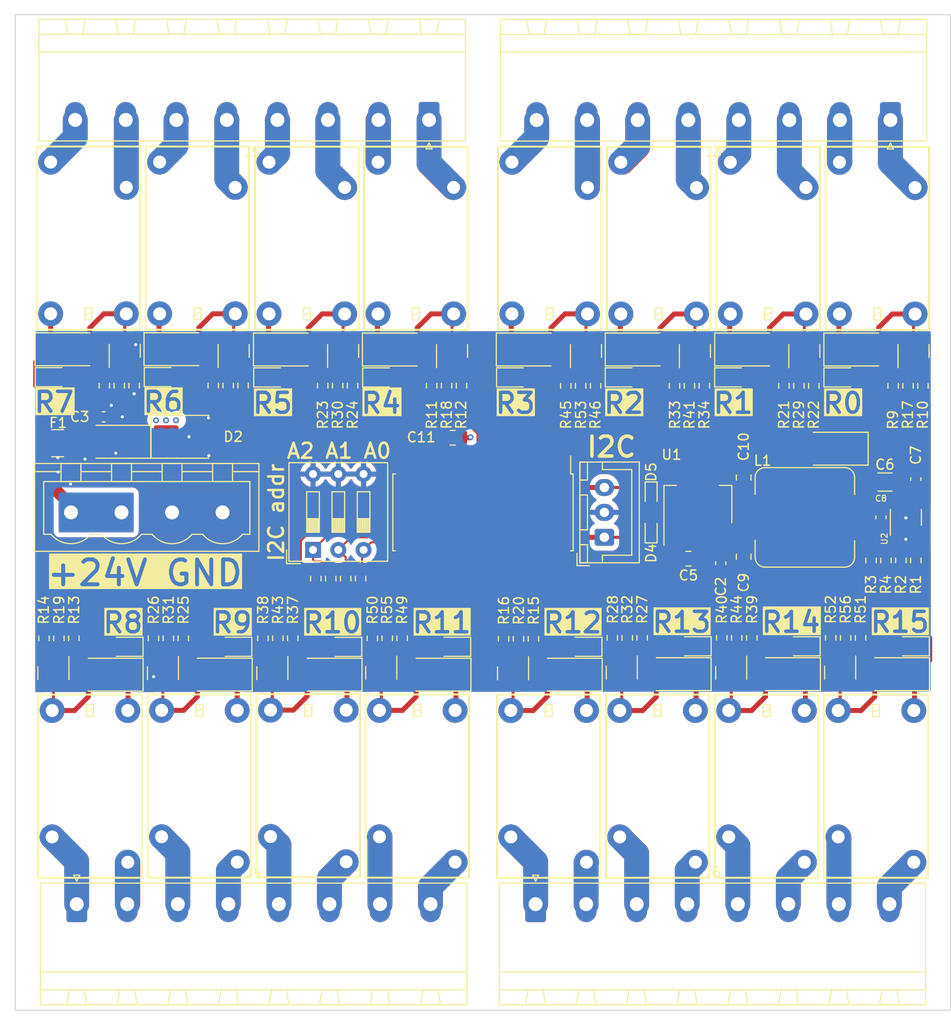
<source format=kicad_pcb>
(kicad_pcb (version 20221018) (generator pcbnew)
  (layers (0 "F.Cu" signal) (31 "B.Cu" signal) (34 "B.Paste" user) (35 "F.Paste" user) (36 "B.SilkS" user "B.Silkscreen") (37 "F.SilkS" user "F.Silkscreen") (38 "B.Mask" user) (39 "F.Mask" user) (44 "Edge.Cuts" user))
  (net 0 "")
  (net 1 "+5V")
  (net 2 "GND")
  (net 3 "Net-(D1-A)")
  (net 4 "+24V")
  (net 5 "+3V3")
  (net 6 "Net-(D3-K)")
  (net 7 "Net-(U2-BST)")
  (net 8 "/I2C_SCL")
  (net 9 "Net-(D10-K)")
  (net 10 "Net-(D11-K)")
  (net 11 "Net-(D12-K)")
  (net 12 "Net-(D13-K)")
  (net 13 "Net-(D10-A)")
  (net 14 "Net-(D11-A)")
  (net 15 "Net-(D12-A)")
  (net 16 "Net-(D13-A)")
  (net 17 "Net-(D14-A)")
  (net 18 "Net-(D15-A)")
  (net 19 "Net-(D16-A)")
  (net 20 "Net-(D17-A)")
  (net 21 "Net-(D18-A)")
  (net 22 "Net-(D19-A)")
  (net 23 "Net-(D20-A)")
  (net 24 "Net-(D21-A)")
  (net 25 "Net-(D22-A)")
  (net 26 "Net-(D23-A)")
  (net 27 "Net-(D24-A)")
  (net 28 "Net-(D25-A)")
  (net 29 "Net-(D26-A)")
  (net 30 "Net-(D27-A)")
  (net 31 "Net-(D28-A)")
  (net 32 "Net-(D29-A)")
  (net 33 "Net-(D30-A)")
  (net 34 "Net-(D31-A)")
  (net 35 "Net-(D32-A)")
  (net 36 "Net-(D33-A)")
  (net 37 "Net-(D34-A)")
  (net 38 "Net-(D35-A)")
  (net 39 "Net-(D36-A)")
  (net 40 "Net-(D37-A)")
  (net 41 "/+VIN")
  (net 42 "/I2C_SDA")
  (net 43 "/Relay_0A")
  (net 44 "/Relay_0B")
  (net 45 "/Relay_1A")
  (net 46 "/Relay_1B")
  (net 47 "/Relay_2A")
  (net 48 "/Relay_2B")
  (net 49 "/Relay_3A")
  (net 50 "/Relay_3B")
  (net 51 "/Relay_8A")
  (net 52 "/Relay_8B")
  (net 53 "/Relay_9A")
  (net 54 "/Relay_9B")
  (net 55 "/Relay_10A")
  (net 56 "/Relay_10B")
  (net 57 "/Relay_11A")
  (net 58 "/Relay_11B")
  (net 59 "/Relay_4A")
  (net 60 "/Relay_4B")
  (net 61 "/Relay_5A")
  (net 62 "/Relay_5B")
  (net 63 "/Relay_6A")
  (net 64 "/Relay_6B")
  (net 65 "/Relay_7A")
  (net 66 "/Relay_7B")
  (net 67 "/Relay_12A")
  (net 68 "/Relay_12B")
  (net 69 "/Relay_13A")
  (net 70 "/Relay_13B")
  (net 71 "/Relay_14A")
  (net 72 "/Relay_14B")
  (net 73 "/Relay_15A")
  (net 74 "/Relay_15B")
  (net 75 "Net-(Q1-G)")
  (net 76 "Net-(Q2-G)")
  (net 77 "Net-(Q3-G)")
  (net 78 "Net-(Q4-G)")
  (net 79 "Net-(Q5-G)")
  (net 80 "Net-(Q6-G)")
  (net 81 "Net-(Q7-G)")
  (net 82 "Net-(Q8-G)")
  (net 83 "Net-(Q9-G)")
  (net 84 "Net-(Q10-G)")
  (net 85 "Net-(Q11-G)")
  (net 86 "Net-(Q12-G)")
  (net 87 "Net-(Q13-G)")
  (net 88 "Net-(Q14-G)")
  (net 89 "Net-(Q15-G)")
  (net 90 "Net-(Q16-G)")
  (net 91 "Net-(U2-EN)")
  (net 92 "Net-(U2-FB)")
  (net 93 "Net-(U3-A2)")
  (net 94 "Net-(U3-A1)")
  (net 95 "Net-(U3-A0)")
  (net 96 "Net-(U3-~{RESET})")
  (net 97 "/Relay_0")
  (net 98 "/Relay_4")
  (net 99 "/Relay_8")
  (net 100 "/Relay_12")
  (net 101 "/Relay_1")
  (net 102 "/Relay_5")
  (net 103 "/Relay_9")
  (net 104 "/Relay_13")
  (net 105 "/Relay_2")
  (net 106 "/Relay_6")
  (net 107 "/Relay_10")
  (net 108 "/Relay_14")
  (net 109 "/Relay_3")
  (net 110 "/Relay_7")
  (net 111 "/Relay_11")
  (net 112 "/Relay_15")
  (footprint "Diode_SMD:D_SMA" (layer "F.Cu") (at 109.33 98.3 180)
    (fp_text reference "D8" hide)
    (fp_text value "M7L")
  )
  (footprint "Diode_SMD:D_SMA" (layer "F.Cu") (at 155.47 98.3 180)
    (fp_text reference "D9" hide)
    (fp_text value "M7L")
  )
  (footprint "Capacitor_SMD:C_0603_1608Metric" (layer "F.Cu") (at 187 82.5 -90)
    (fp_text reference "C8")
    (fp_text value "100n")
  )
  (footprint "LED_SMD:LED_0805_2012Metric" (layer "F.Cu") (at 160.97 68.4375)
    (fp_text reference "D26" hide)
    (fp_text value "LED")
  )
  (footprint "Resistor_SMD:R_0603_1608Metric" (layer "F.Cu") (at 121.3925 69.255 90)
    (fp_text reference "R42" hide)
    (fp_text value "200R")
  )
  (footprint "Resistor_SMD:R_0603_1608Metric" (layer "F.Cu") (at 160 94.6 90)
    (fp_text reference "R28")
    (fp_text value "100k")
  )
  (footprint "Resistor_SMD:R_0603_1608Metric" (layer "F.Cu") (at 167.75 69.2875 90)
    (fp_text reference "R41")
    (fp_text value "200R")
  )
  (footprint "Resistor_SMD:R_0603_1608Metric" (layer "F.Cu") (at 184.95 94.6 -90)
    (fp_text reference "R51")
    (fp_text value "10k")
  )
  (footprint "Package_SO:SOIC-28W_7.5x17.9mm_P1.27mm" (layer "F.Cu") (at 147 82 -90)
    (fp_text reference "U3" hide)
    (fp_text value "MCP23017_SO")
  )
  (footprint "Footprints-Simuncic:Relay_SJ-10A" (layer "F.Cu") (at 153.7075 54.4575 180)
    (fp_text reference "K13" hide)
    (fp_text value "SJ-10A")
  )
  (footprint "Resistor_SMD:R_0603_1608Metric" (layer "F.Cu") (at 174.02 94.6 -90)
    (fp_text reference "R39")
    (fp_text value "10k")
  )
  (footprint "Capacitor_SMD:C_0603_1608Metric" (layer "F.Cu") (at 190.5 78.65 90)
    (fp_text reference "C7")
    (fp_text value "100n")
  )
  (footprint "Resistor_SMD:R_0603_1608Metric" (layer "F.Cu") (at 124.88 94.65 90)
    (fp_text reference "R38")
    (fp_text value "100k")
  )
  (footprint "Resistor_SMD:R_0603_1608Metric" (layer "F.Cu") (at 188.22 69.2875 90)
    (fp_text reference "R9")
    (fp_text value "10k")
  )
  (footprint "Resistor_SMD:R_0603_1608Metric" (layer "F.Cu") (at 119.8925 69.255 90)
    (fp_text reference "R35" hide)
    (fp_text value "10k")
  )
  (footprint "Footprints-Simuncic:Relay_SJ-10A" (layer "F.Cu") (at 175.5 109.5)
    (fp_text reference "K12" hide)
    (fp_text value "SJ-10A")
  )
  (footprint "Resistor_SMD:R_0603_1608Metric" (layer "F.Cu") (at 191.22 69.2875 -90)
    (fp_text reference "R10")
    (fp_text value "100k")
  )
  (footprint "LED_SMD:LED_0805_2012Metric" (layer "F.Cu") (at 157.27 95.5 180)
    (fp_text reference "D13" hide)
    (fp_text value "LED")
  )
  (footprint "LED_SMD:LED_0805_2012Metric" (layer "F.Cu") (at 133.13 95.5125 180)
    (fp_text reference "D28" hide)
    (fp_text value "LED")
  )
  (footprint "Resistor_SMD:R_0603_1608Metric" (layer "F.Cu") (at 127.88 94.65 -90)
    (fp_text reference "R37")
    (fp_text value "10k")
  )
  (footprint "Capacitor_SMD:C_1206_3216Metric" (layer "F.Cu") (at 187.4 78.95 180)
    (fp_text reference "C6")
    (fp_text value "10u/50V")
  )
  (footprint "Footprints-Simuncic:Relay_SJ-10A" (layer "F.Cu") (at 107.35 54.45 180)
    (fp_text reference "K14" hide)
    (fp_text value "SJ-10A")
  )
  (footprint "Footprints-Simuncic:Relay_SJ-10A" (layer "F.Cu") (at 175.6575 54.47 180)
    (fp_text reference "K5" hide)
    (fp_text value "SJ-10A")
  )
  (footprint "Resistor_SMD:R_0603_1608Metric" (layer "F.Cu") (at 187.5 86.825 -90)
    (fp_text reference "R4")
    (fp_text value "56k")
  )
  (footprint "Resistor_SMD:R_0603_1608Metric" (layer "F.Cu") (at 156.82 69.2875 90)
    (fp_text reference "R53")
    (fp_text value "200R")
  )
  (footprint "Package_TO_SOT_SMD:SOT-23" (layer "F.Cu") (at 182.9 98.1 -90)
    (fp_text reference "Q16" hide)
    (fp_text value "BSS138")
  )
  (footprint "Package_TO_SOT_SMD:SOT-23" (layer "F.Cu") (at 160.95 98.1 -90)
    (fp_text reference "Q8" hide)
    (fp_text value "BSS138")
  )
  (footprint "Resistor_SMD:R_0603_1608Metric" (layer "F.Cu") (at 130.8925 69.265 90)
    (fp_text reference "R23")
    (fp_text value "10k")
  )
  (footprint "Resistor_SMD:R_0603_1608Metric" (layer "F.Cu") (at 110.4425 69.265 90)
    (fp_text reference "R54" hide)
    (fp_text value "200R")
  )
  (footprint "Resistor_SMD:R_0603_1608Metric" (layer "F.Cu") (at 155.32 69.2875 90)
    (fp_text reference "R45")
    (fp_text value "10k")
  )
  (footprint "Resistor_SMD:R_0603_1608Metric" (layer "F.Cu") (at 152.07 94.7 -90)
    (fp_text reference "R15")
    (fp_text value "10k")
  )
  (footprint "Resistor_SMD:R_0603_1608Metric" (layer "F.Cu") (at 158.32 69.2875 -90)
    (fp_text reference "R46")
    (fp_text value "100k")
  )
  (footprint "Resistor_SMD:R_0603_1608Metric" (layer "F.Cu") (at 131.7 88.65 -90)
    (fp_text reference "R5" hide)
    (fp_text value "10k")
  )
  (footprint "Resistor_SMD:R_0603_1608Metric" (layer "F.Cu") (at 183.45 94.6 -90)
    (fp_text reference "R56")
    (fp_text value "200R")
  )
  (footprint "Capacitor_SMD:C_0805_2012Metric" (layer "F.Cu") (at 173.2 86.45 -90)
    (fp_text reference "C9")
    (fp_text value "DNP")
  )
  (footprint "Resistor_SMD:R_0603_1608Metric" (layer "F.Cu") (at 135.88 94.65 90)
    (fp_text reference "R50")
    (fp_text value "100k")
  )
  (footprint "Diode_SMD:D_SMA" (layer "F.Cu") (at 151.85 65.6375)
    (fp_text reference "D30" hide)
    (fp_text value "M7L")
  )
  (footprint "Footprints-Simuncic:Relay_SJ-10A" (layer "F.Cu") (at 107.5 109.5)
    (fp_text reference "K3" hide)
    (fp_text value "SJ-10A")
  )
  (footprint "Resistor_SMD:R_0603_1608Metric" (layer "F.Cu") (at 104.38 94.65 -90)
    (fp_text reference "R19")
    (fp_text value "200R")
  )
  (footprint "Connector_Phoenix_MSTB:PhoenixContact_MSTBVA_2,5_4-G-5,08_1x04_P5.08mm_Vertical" (layer "F.Cu") (at 105.59 82)
    (fp_text reference "J1" hide)
    (fp_text value "Screw_Terminal_01x04")
  )
  (footprint "Diode_SMD:D_SMA" (layer "F.Cu") (at 177.4 98.25 180)
    (fp_text reference "D25" hide)
    (fp_text value "M7L")
  )
  (footprint "Diode_SMD:D_SMA" (layer "F.Cu") (at 188.37 98.25 180)
    (fp_text reference "D33" hide)
    (fp_text value "M7L")
  )
  (footprint "Package_TO_SOT_SMD:SOT-23-6" (layer "F.Cu") (at 189.5 82.5 90)
    (fp_text reference "U2")
    (fp_text value "AOZ1282CI")
  )
  (footprint "Diode_SMD:D_SMB" (layer "F.Cu") (at 117.3 74.4)
    (fp_text reference "D2")
    (fp_text value "SMBJ26A")
  )
  (footprint "Resistor_SMD:R_0603_1608Metric" (layer "F.Cu") (at 143.3425 69.265 90)
    (fp_text reference "R18")
    (fp_text value "200R")
  )
  (footprint "Resistor_SMD:R_0603_1608Metric" (layer "F.Cu") (at 171 94.6 90)
    (fp_text reference "R40")
    (fp_text value "100k")
  )
  (footprint "Connector_Phoenix_MSTB:PhoenixContact_MSTBA_2,5_8-G-5,08_1x08_P5.08mm_Horizontal" (layer "F.Cu") (at 106.17 121.35)
    (fp_text reference "J4")
    (fp_text value "Screw_Terminal_01x08")
  )
  (footprint "Resistor_SMD:R_0603_1608Metric" (layer "F.Cu") (at 133.8925 69.265 -90)
    (fp_text reference "R24")
    (fp_text value "100k")
  )
  (footprint "Resistor_SMD:R_0603_1608Metric" (layer "F.Cu") (at 180.25 69.2875 -90)
    (fp_text reference "R22")
    (fp_text value "100k")
  )
  (footprint "Resistor_SMD:R_0603_1608Metric" (layer "F.Cu") (at 122.8925 69.255 -90)
    (fp_text reference "R36" hide)
    (fp_text value "100k")
  )
  (footprint "Resistor_SMD:R_0603_1608Metric" (layer "F.Cu") (at 186 86.825 90)
    (fp_text reference "R3")
    (fp_text value "300k")
  )
  (footprint "Capacitor_SMD:C_0805_2012Metric" (layer "F.Cu") (at 167.65 86.65 180)
    (fp_text reference "C5")
    (fp_text value "10u")
  )
  (footprint "Resistor_SMD:R_0603_1608Metric" (layer "F.Cu") (at 133.2 88.65 -90)
    (fp_text reference "R6" hide)
    (fp_text value "10k")
  )
  (footprint "Resistor_SMD:R_0603_1608Metric" (layer "F.Cu") (at 149.07 94.7 90)
    (fp_text reference "R16")
    (fp_text value "100k")
  )
  (footprint "Diode_SMD:D_SMA" (layer "F.Cu") (at 127.4425 65.64)
    (fp_text reference "D15" hide)
    (fp_text value "M7L")
  )
  (footprint "Resistor_SMD:R_0603_1608Metric" (layer "F.Cu") (at 108.9425 69.265 90)
    (fp_text reference "R47" hide)
    (fp_text value "10k")
  )
  (footprint "Resistor_SMD:R_0603_1608Metric" (layer "F.Cu") (at 132.3925 69.265 90)
    (fp_text reference "R30")
    (fp_text value "200R")
  )
  (footprint "Footprints-Simuncic:Relay_SJ-10A" (layer "F.Cu") (at 164.55 109.5)
    (fp_text reference "K8" hide)
    (fp_text value "SJ-10A")
  )
  (footprint "Diode_SMD:D_SMA" (layer "F.Cu") (at 131.33 98.3 180)
    (fp_text reference "D24" hide)
    (fp_text value "M7L")
  )
  (footprint "Diode_SMD:D_SMA" (layer "F.Cu") (at 182.2 75.6 180)
    (fp_text reference "D3" hide)
    (fp_text value "SK18")
  )
  (footprint "Package_TO_SOT_SMD:SOT-23" (layer "F.Cu") (at 171.95 98.1125 -90)
    (fp_text reference "Q12" hide)
    (fp_text value "BSS138")
  )
  (footprint "Package_TO_SOT_SMD:SOT-223-3_TabPin2" (layer "F.Cu") (at 168.6 81.2 90)
    (fp_text reference "U1")
    (fp_text value "AMS1117-3.3")
  )
  (footprint "Package_TO_SOT_SMD:SOT-23" (layer "F.Cu") (at 179.3 65.7875 90)
    (fp_text reference "Q5" hide)
    (fp_text value "BSS138")
  )
  (footprint "Connector_Phoenix_MSTB:PhoenixContact_MSTBA_2,5_8-G-5,08_1x08_P5.08mm_Horizontal" (layer "F.Cu") (at 187.95 42.5875 180)
    (fp_text reference "J3")
    (fp_text value "Screw_Terminal_01x08")
  )
  (footprint "Footprints-Simuncic:Relay_SJ-10A" (layer "F.Cu") (at 153.6 109.5)
    (fp_text reference "K4" hide)
    (fp_text value "SJ-10A")
  )
  (footprint "Footprints-Simuncic:Relay_SJ-10A" (layer "F.Cu") (at 129.3 54.46 180)
    (fp_text reference "K6" hide)
    (fp_text value "SJ-10A")
  )
  (footprint "Diode_SMD:D_SMA" (layer "F.Cu") (at 138.3925 65.64)
    (fp_text reference "D7" hide)
    (fp_text value "M7L")
  )
  (footprint "Fuse:Fuse_1210_3225Metric" (layer "F.Cu") (at 104.25 75.05)
    (fp_text reference "F1")
    (fp_text value "0ZCH0010FF2E")
  )
  (footprint "Package_TO_SOT_SMD:SOT-23" (layer "F.Cu") (at 121.9425 65.7775 90)
    (fp_text reference "Q10" hide)
    (fp_text value "BSS138")
  )
  (footprint "Resistor_SMD:R_0603_1608Metric" (layer "F.Cu") (at 141.8425 69.265 90)
    (fp_text reference "R11")
    (fp_text value "10k")
  )
  (footprint "Resistor_SMD:R_0603_1608Metric" (layer "F.Cu") (at 137.38 94.65 -90)
    (fp_text reference "R55")
    (fp_text value "200R")
  )
  (footprint "Connector_Phoenix_MSTB:PhoenixContact_MSTBA_2,5_8-G-5,08_1x08_P5.08mm_Horizontal" (layer "F.Cu") (at 141.58 42.5775 180)
    (fp_text reference "J5")
    (fp_text value "Screw_Terminal_01x08")
  )
  (footprint "Diode_SMD:D_SMA" (layer "F.Cu") (at 105.4925 65.615)
    (fp_text reference "D31" hide)
    (fp_text value "M7L")
  )
  (footprint "Footprints-Simuncic:Relay_SJ-10A" (layer "F.Cu") (at 140.25 54.46 180)
    (fp_text reference "K2" hide)
    (fp_text value "SJ-10A")
  )
  (footprint "LED_SMD:LED_0805_2012Metric" (layer "F.Cu") (at 114.6425 68.405)
    (fp_text reference "D27" hide)
    (fp_text value "LED")
  )
  (footprint "LED_SMD:LED_0805_2012Metric" (layer "F.Cu") (at 144.08 95.5 180)
    (fp_text reference "D36" hide)
    (fp_text value "LED")
  )
  (footprint "Package_TO_SOT_SMD:SOT-23" (layer "F.Cu") (at 143.8925 65.79 90)
    (fp_text reference "Q2" hide)
    (fp_text value "BSS138")
  )
  (footprint "Package_TO_SOT_SMD:SOT-23" (layer "F.Cu") (at 132.9425 65.7775 90)
    (fp_text reference "Q6" hide)
    (fp_text value "BSS138")
  )
  (footprint "Resistor_SMD:R_0603_1608Metric" (layer "F.Cu") (at 189 86.825 -90)
    (fp_text reference "R2")
    (fp_text value "20k")
  )
  (footprint "LED_SMD:LED_0805_2012Metric" (layer "F.Cu") (at 171.97 68.4375)
    (fp_text reference "D18" hide)
    (fp_text value "LED")
  )
  (footprint "Resistor_SMD:R_0603_1608Metric" (layer "F.Cu") (at 189.72 69.2875 90)
    (fp_text reference "R17")
    (fp_text value "200R")
  )
  (footprint "Footprints-Simuncic:Relay_SJ-10A" (layer "F.Cu") (at 186.6275 54.47 180)
    (fp_text reference "K1" hide)
    (fp_text value "SJ-10A")
  )
  (footprint "Resistor_SMD:R_0603_1608Metric" (layer "F.Cu") (at 181.95 94.6 90)
    (fp_text reference "R52")
    (fp_text value "100k")
  )
  (footprint "Package_TO_SOT_SMD:SOT-23" (layer "F.Cu") (at 110.9925 65.765 90)
    (fp_text reference "Q14" hide)
    (fp_text value "BSS138")
  )
  (footprint "Resistor_SMD:R_0603_1608Metric" (layer "F.Cu") (at 163 94.6 -90)
    (fp_text reference "R27")
    (fp_text value "10k")
  )
  (footprint "Capacitor_SMD:C_0805_2012Metric" (layer "F.Cu") (at 143.95 74.5 180)
    (fp_text reference "C11")
    (fp_text value "1u")
  )
  (footprint "Capacitor_SMD:C_0805_2012Metric" (layer "F.Cu") (at 173.2 78.5 90)
    (fp_text reference "C10")
    (fp_text value "10u")
  )
  (footprint "Button_Switch_THT:SW_DIP_SPSTx03_Slide_9.78x9.8mm_W7.62mm_P2.54mm" (layer "F.Cu") (at 129.92 85.7675 90)
    (fp_text reference "SW1" hide)
    (fp_text value "SW_DIP_x03")
  )
  (footprint "LED_SMD:LED_0805_2012Metric" (layer "F.Cu") (at 182.95 68.4375)
    (fp_text reference "D10" hide)
    (fp_text value "LED")
  )
  (footprint "Footprints-Simuncic:Relay_SJ-10A" (layer "F.Cu") (at 118.3 54.45 180)
    (fp_text reference "K10" hide)
    (fp_text value "SJ-10A")
  )
  (footprint "Resistor_SMD:R_0603_1608Metric" (layer "F.Cu") (at 178.75 69.2875 90)
    (fp_text reference "R29")
    (fp_text value "200R")
  )
  (footprint "Resistor_SMD:R_0603_1608Metric" (layer "F.Cu") (at 115.38 94.65 -90)
    (fp_text reference "R31")
    (fp_text value "200R")
  )
  (footprint "Resistor_SMD:R_0603_1608Metric" (layer "F.Cu") (at 172.5 94.6 -90)
    (fp_text reference "R44")
    (fp_text value "200R")
  )
  (footprint "LED_SMD:LED_0805_2012Metric" (layer "F.Cu") (at 103.6925 68.415)
    (fp_text reference "D35" hide)
    (fp_text value "LED")
  )
  (footprint "Resistor_SMD:R_0603_1608Metric" (layer "F.Cu") (at 111.9425 69.265 -90)
    (fp_text reference "R48" hide)
    (fp_text value "100k")
  )
  (footprint "Diode_SMD:D_SMA" (layer "F.Cu") (at 184.77 65.6375)
    (fp_text reference "D6" hide)
    (fp_text value "M7L")
  )
  (footprint "Capacitor_SMD:C_0603_1608Metric" (layer "F.Cu") (at 108.875 72.4)
    (fp_text reference "C3")
    (fp_text value "100n")
  )
  (footprint "Resistor_SMD:R_0603_1608Metric" (layer "F.Cu") (at 138.88 94.65 -90)
    (fp_text reference "R49")
    (fp_text value "10k")
  )
  (footprint "Resistor_SMD:R_0603_1608Metric" (layer "F.Cu") (at 105.88 94.65 -90)
    (fp_text reference "R13")
    (fp_text value "10k")
  )
  (footprint "LED_SMD:LED_0805_2012Metric" (layer "F.Cu") (at 122.08 95.5 180)
    (fp_text reference "D20" hide)
    (fp_text value "LED")
  )
  (footprint "Resistor_SMD:R_0603_1608Metric" (layer "F.Cu") (at 144.8425 69.265 -90)
    (fp_text reference "R12")
    (fp_text value "100k")
  )
  (footprint "Connector_Phoenix_MSTB:PhoenixContact_MSTBA_2,5_8-G-5,08_1x08_P5.08mm_Horizontal" (layer "F.Cu") (at 152.29 121.35)
    (fp_text reference "J6")
    (fp_text value "Screw_Terminal_01x08")
  )
  (footprint "Resistor_SMD:R_0603_1608Metric" (layer "F.Cu") (at 116.88 94.65 -90)
    (fp_text reference "R25")
    (fp_text value "10k")
  )
  (footprint "Package_TO_SOT_SMD:SOT-23" (layer "F.Cu") (at 103.83 98.15 -90)
    (fp_text reference "Q3" hide)
    (fp_text value "BSS138")
  )
  (footprint "Diode_SMD:D_SMA" (layer "F.Cu") (at 110.1 74.9 180)
    (fp_text reference "D1" hide)
    (fp_text value "M7L")
  )
  (footprint "LED_SMD:LED_0805_2012Metric" (layer "F.Cu") (at 150.05 68.4375)
    (fp_text reference "D34" hide)
    (fp_text value "LED")
  )
  (footprint "Package_TO_SOT_SMD:SOT-23" (layer "F.Cu") (at 190.27 65.7875 90)
    (fp_text reference "Q1" hide)
    (fp_text value "BSS138")
  )
  (footprint "Capacitor_SMD:C_0603_1608Metric" (layer "F.Cu") (at 170.9 87.1 -90)
    (fp_text reference "C2")
    (fp_text value "100n")
  )
  (footprint "Footprints-Simuncic:L_FerroCore_HPI1040_10.8x10.0mm" (layer "F.Cu") (at 179.35 82.5 180)
    (fp_text reference "L1")
    (fp_text value "33u")
  )
  (footprint "LED_SMD:LED_0805_2012Metric" (layer "F.Cu") (at 190.17 95.45 180)
    (fp_text reference "D37" hide)
    (fp_text value "LED")
  )
  (footprint "Package_TO_SOT_SMD:SOT-23" (layer "F.Cu") (at 136.78 98.1125 -90)
    (fp_text reference "Q15" hide)
    (fp_text value "BSS138")
  )
  (footprint "LED_SMD:LED_0805_2012Metric" (layer "F.Cu") (at 111.15 95.5 180)
    (fp_text reference "D12" hide)
    (fp_text value "LED")
  )
  (footprint "Diode_SMD:D_SMA" (layer "F.Cu") (at 162.8 65.6375)
    (fp_text reference "D22" hide)
    (fp_text value "M7L")
  )
  (footprint "Resistor_SMD:R_0603_1608Metric" (layer "F.Cu") (at 169.25 69.2875 -90)
    (fp_text reference "R34")
    (fp_text value "100k")
  )
  (footprint "Resistor_SMD:R_0603_1608Metric" (layer "F.Cu") (at 130.2 88.65 -90)
    (fp_text reference "R8" hide)
    (fp_text value "10k")
  )
  (footprint "Resistor_SMD:R_0603_1608Metric" (layer "F.Cu") (at 126.38 94.65 -90)
    (fp_text reference "R43")
    (fp_text value "200R")
  )
  (footprint "Package_TO_SOT_SMD:SOT-23" (layer "F.Cu") (at 150.02 98.1625 -90)
    (fp_text reference "Q4" hide)
    (fp_text value "BSS138")
  )
  (footprint "Package_TO_SOT_SMD:SOT-23" (layer "F.Cu") (at 168.3 65.7875 90)
    (fp_text reference "Q9" hide)
    (fp_text value "BSS138")
  )
  (footprint "Diode_SMD:D_SMA" (layer "F.Cu") (at 120.2925 98.29 180)
    (fp_text reference "D16" hide)
    (fp_text value "M7L")
  )
  (footprint "Diode_SMD:D_SMA" (layer "F.Cu") (at 142.28 98.3 180)
    (fp_text reference "D32" hide)
    (fp_text value "M7L")
  )
  (footprint "Diode_SMD:D_SMA" (layer "F.Cu") (at 166.42 98.25 180)
    (fp_text reference "D17" hide)
    (fp_text value "M7L")
  )
  (footprint "Resistor_SMD:R_0603_1608Metric" (layer "F.Cu") (at 113.88 94.65 90)
    (fp_text reference "R26")
    (fp_text value "100k")
  )
  (footprint "LED_SMD:LED_0805_2012Metric" (layer "F.Cu") (at 168.25 95.45 180)
    (fp_text reference "D21" hide)
    (fp_text value "LED")
  )
  (footprint "Resistor_SMD:R_0603_1608Metric" (layer "F.Cu") (at 102.88 94.65 90)
    (fp_text reference "R14")
    (fp_text value "100k")
  )
  (footprint "Footprints-Simuncic:Relay_SJ-10A" (layer "F.Cu") (at 140.4 109.4875)
    (fp_text reference "K15" hide)
    (fp_text value "SJ-10A")
  )
  (footprint "Package_TO_SOT_SMD:SOT-23" (layer "F.Cu") (at 125.83 98.15 -90)
    (fp_text reference "Q11" hide)
    (fp_text value "BSS138")
  )
  (footprint "Package_TO_SOT_SMD:SOT-23" (layer "F.Cu") (at 114.83 98.15 -90)
    (fp_text reference "Q7" hide)
    (fp_text value "BSS138")
  )
  (footprint "LED_SMD:LED_0805_2012Metric" (layer "F.Cu") (at 136.5925 68.44)
    (fp_text reference "D11" hide)
    (fp_text value "LED")
  )
  (footprint "Package_TO_SOT_SMD:SOT-23" (layer "F.Cu") (at 157.35 65.7875 90)
    (fp_text reference "Q13" hide)
    (fp_text value "BSS138")
  )
  (footprint "LED_SMD:LED_0805_2012Metric" (layer "F.Cu") (at 179.2 95.45 180)
    (fp_text reference "D29" hide)
    (fp_text value "LED")
  )
  (footprint "Footprints-Simuncic:Relay_SJ-10A" (layer "F.Cu") (at 118.5 109.4875)
    (fp_text reference "K7" hide)
    (fp_text value "SJ-10A")
  )
  (footprint "Resistor_SMD:R_0603_1608Metric" (layer "F.Cu") (at 134.7 88.65 -90)
    (fp_text reference "R7" hide)
    (fp_text value "10k")
  )
  (footprint "Resistor_SMD:R_0603_1608Metric" (layer "F.Cu") (at 161.5 94.6 -90)
    (fp_text reference "R32")
    (fp_text value "200R")
  )
  (footprint "Diode_SMD:D_SMA" (layer "F.Cu") (at 173.8 65.6375)
    (fp_text reference "D14" hide)
    (fp_text value "M7L")
  )
  (footprint "Resistor_SMD:R_0603_1608Metric" (layer "F.Cu") (at 177.25 69.2875 90)
    (fp_text reference "R21")
    (fp_text value "10k")
  )
  (footprint "Footprints-Simuncic:Relay_SJ-10A" (layer "F.Cu") (at 164.6575 54.47 180)
    (fp_text reference "K9" hide)
    (fp_text value "SJ-10A")
  )
  (footprint "Footprints-Simuncic:Relay_SJ-10A" (layer "F.Cu") (at 129.45 109.46)
    (fp_text reference "K11" hide)
    (fp_text value "SJ-10A")
  )
  (footprint "Resistor_SMD:R_0603_1608Metric" (layer "F.Cu") (at 190.5 86.825 90)
    (fp_text reference "R1")
    (fp_text value "300k")
  )
  (footprint "LED_SMD:LED_0805_2012Metric" (layer "F.Cu") (at 125.6425 68.44)
    (fp_text reference "D19" hide)
    (fp_text value "LED")
  )
  (footprint "Diode_SMD:D_SMA" (layer "F.Cu") (at 116.4425 65.605)
    (fp_text reference "D23" hide)
    (fp_text value "M7L")
  )
  (footprint "Resistor_SMD:R_0603_1608Metric" (layer "F.Cu") (at 166.25 69.2875 90)
    (fp_text reference "R33")
    (fp_text value "10k")
  )
  (footprint "Diode_SMD:D_SOD-523" (layer "F.Cu") (at 163.9 80.2 -90)
    (fp_text reference "D5")
    (fp_text value "ESD5Z3.3T1G")
  )
  (footprint "Diode_SMD:D_SOD-523" (layer "F.Cu") (at 163.9 83.8 90)
    (fp_text reference "D4")
    (fp_text value "ESD5Z3.3T1G")
  )
  (footprint "Connector_JST:JST_XH_B3B-XH-A_1x03_P2.50mm_Vertical" (layer "F.Cu") (at 159.2 84.5 90)
    (fp_text reference "J2" hide)
    (fp_text value "Conn_01x03_Pin")
  )
  (footprint "Footprints-Simuncic:Relay_SJ-10A" (layer "F.Cu") (at 186.5 109.5)
    (fp_text reference "K16" hide)
    (fp_text value "SJ-10A")
  )
  (footprint "Resistor_SMD:R_0603_1608Metric" (layer "F.Cu") (at 150.57 94.7 -90)
    (fp_text reference "R20")
    (fp_text value "200R")
  )
  (gr_rect (start 100 32) (end 194 132) (stroke (width 0.1)) (fill none) (layer "Edge.Cuts"))
  (gr_text "R1" (at 172.15 72.2) (layer "F.SilkS" knockout) (effects (font (size 2 2) (thickness 0.35) bold) (justify bottom)))
  (gr_text "R6" (at 114.85 72.1) (layer "F.SilkS" knockout) (effects (font (size 2 2) (thickness 0.35) bold) (justify bottom)))
  (gr_text "R11" (at 142.85 94.25) (layer "F.SilkS" knockout) (effects (font (size 2 2) (thickness 0.35) bold) (justify bottom)))
  (gr_text "R13" (at 170.1 94.2) (layer "F.SilkS" knockout) (effects (font (size 2 2) (thickness 0.35) bold) (justify right bottom)))
  (gr_text "I2C" (at 157.25 76.6) (layer "F.SilkS") (effects (font (size 2 2) (thickness 0.35) bold) (justify left bottom)))
  (gr_text "A2 A1 A0" (at 127.15 76.7) (layer "F.SilkS") (effects (font (size 1.5 1.5) (thickness 0.25) bold) (justify left bottom)))
  (gr_text "R2" (at 161.15 72.2) (layer "F.SilkS" knockout) (effects (font (size 2 2) (thickness 0.35) bold) (justify bottom)))
  (gr_text "I2C addr" (at 127.1 82 90) (layer "F.SilkS") (effects (font (size 1.5 1.5) (thickness 0.25) bold) (justify bottom)))
  (gr_text "R15" (at 188.9 94.2) (layer "F.SilkS" knockout) (effects (font (size 2 2) (thickness 0.35) bold) (justify bottom)))
  (gr_text "R10" (at 131.85 94.25) (layer "F.SilkS" knockout) (effects (font (size 2 2) (thickness 0.35) bold) (justify bottom)))
  (gr_text "R5" (at 125.85 72.2) (layer "F.SilkS" knockout) (effects (font (size 2 2) (thickness 0.35) bold) (justify bottom)))
  (gr_text "R8" (at 113 94.25) (layer "F.SilkS" knockout) (effects (font (size 2 2) (thickness 0.35) bold) (justify right bottom)))
  (gr_text "+24V GND" (at 103 89.55) (layer "F.SilkS" knockout) (effects (font (size 2.5 2.5) (thickness 0.4)) (justify left bottom)))
  (gr_text "R4" (at 136.75 72.2) (layer "F.SilkS" knockout) (effects (font (size 2 2) (thickness 0.35) bold) (justify bottom)))
  (gr_text "R14" (at 177.95 94.2) (layer "F.SilkS" knockout) (effects (font (size 2 2) (thickness 0.35) bold) (justify bottom)))
  (gr_text "R7" (at 103.9 72.1) (layer "F.SilkS" knockout) (effects (font (size 2 2) (thickness 0.35) bold) (justify bottom)))
  (gr_text "R9" (at 121.8 94.25) (layer "F.SilkS" knockout) (effects (font (size 2 2) (thickness 0.35) bold) (justify bottom)))
  (gr_text "R12" (at 156 94.25) (layer "F.SilkS" knockout) (effects (font (size 2 2) (thickness 0.35) bold) (justify bottom)))
  (gr_text "R0" (at 183.15 72.2) (layer "F.SilkS" knockout) (effects (font (size 2 2) (thickness 0.35) bold) (justify bottom)))
  (gr_text "R3" (at 150.25 72.2) (layer "F.SilkS" knockout) (effects (font (size 2 2) (thickness 0.35) bold) (justify bottom)))
  (segment (start 175.1 87.75) (end 173.85 86.5) (width 0.2) (layer "F.Cu") (net 1))
  (segment (start 173.85 86.5) (end 173.45 86.5) (width 0.2) (layer "F.Cu") (net 1))
  (segment (start 186 87.65) (end 185.9 87.75) (width 0.2) (layer "F.Cu") (net 1))
  (segment (start 171.1 84.15) (end 172.95 84.15) (width 0.8) (layer "F.Cu") (net 1))
  (segment (start 173.2 79.45) (end 173.2 81.1) (width 0.8) (layer "F.Cu") (net 1))
  (segment (start 173.2 86.25) (end 173.2 85.5) (width 0.2) (layer "F.Cu") (net 1))
  (segment (start 172.95 84.15) (end 174.6 82.5) (width 0.8) (layer "F.Cu") (net 1))
  (segment (start 170.9 84.35) (end 171.1 84.15) (width 0.8) (layer "F.Cu") (net 1))
  (segment (start 173.2 85.5) (end 173.2 83.9) (width 0.8) (layer "F.Cu") (net 1))
  (segment (start 170.9 84.35) (end 170.9 86.325) (width 0.3) (layer "F.Cu") (net 1))
  (segment (start 173.45 86.5) (end 173.2 86.25) (width 0.2) (layer "F.Cu") (net 1))
  (segment (start 185.9 87.75) (end 175.1 87.75) (width 0.2) (layer "F.Cu") (net 1))
  (segment (start 173.2 81.1) (end 174.6 82.5) (width 0.8) (layer "F.Cu") (net 1))
  (segment (start 173.2 83.9) (end 174.6 82.5) (width 0.8) (layer "F.Cu") (net 1))
  (segment (start 189.5 82.55) (end 189.5 83.6375) (width 0.3) (layer "F.Cu") (net 2))
  (segment (start 189.5 84.7005) (end 189.5 83.6375) (width 0.3) (layer "F.Cu") (net 2))
  (via (at 109.65 71.25) (size 0.6) (drill 0.3) (layers "F.Cu" "B.Cu") (net 2))
  (via (at 104.3 77.95) (size 0.6) (drill 0.3) (layers "F.Cu" "B.Cu") (net 2))
  (via (at 107 76.65) (size 0.6) (drill 0.3) (layers "F.Cu" "B.Cu") (net 2))
  (via (at 119.4 72.5) (size 0.6) (drill 0.3) (layers "F.Cu" "B.Cu") (net 2))
  (via (at 189.5 84.7005) (size 0.6) (drill 0.3) (layers "F.Cu" "B.Cu") (net 2))
  (via (at 189.5 82.55) (size 0.6) (drill 0.3) (layers "F.Cu" "B.Cu") (net 2))
  (via (at 105.55 79.15) (size 0.6) (drill 0.3) (layers "F.Cu" "B.Cu") (net 2))
  (via (at 113.9 98.5) (size 0.6) (drill 0.3) (layers "F.Cu" "B.Cu") (net 2))
  (via (at 111.9425 70.09) (size 0.6) (drill 0.3) (layers "F.Cu" "B.Cu") (net 2))
  (via (at 110.1 76.05) (size 0.6) (drill 0.3) (layers "F.Cu" "B.Cu") (net 2))
  (via (at 112.1 65.15) (size 0.6) (drill 0.3) (layers "F.Cu" "B.Cu") (net 2))
  (via (at 119.45 76.3) (size 0.6) (drill 0.3) (layers "F.Cu" "B.Cu") (net 2))
  (via (at 117.45 74.4) (size 0.6) (drill 0.3) (layers "F.Cu" "B.Cu") (net 2))
  (via (at 110.75 72.4) (size 0.6) (drill 0.3) (layers "F.Cu" "B.Cu") (net 2))
  (via (at 104.277849 76.50061) (size 0.6) (drill 0.3) (layers "F.Cu" "B.Cu") (net 2))
  (segment (start 108.1 72.4) (end 108.1 74.9) (width 0.3) (layer "F.Cu") (net 3))
  (segment (start 107.95 75.05) (end 108.1 74.9) (width 1.2) (layer "F.Cu") (net 3))
  (segment (start 105.65 75.05) (end 107.95 75.05) (width 1.2) (layer "F.Cu") (net 3))
  (segment (start 189.5 79.575) (end 189.5 80.425) (width 0.6) (layer "F.Cu") (net 4))
  (segment (start 189.35 79.425) (end 188.875 78.95) (width 0.6) (layer "F.Cu") (net 4))
  (segment (start 112.85 66.85) (end 114.095 65.605) (width 0.2) (layer "F.Cu") (net 4))
  (segment (start 134.8 66.85) (end 136.01 65.64) (width 0.2) (layer "F.Cu") (net 4))
  (segment (start 130.8925 70.09) (end 124.64 70.09) (width 0.2) (layer "F.Cu") (net 4))
  (segment (start 169.275 93.775) (end 170.05 94.55) (width 0.2) (layer "F.Cu") (net 4))
  (segment (start 133.33 98.3) (end 133.33 101.78) (width 0.5) (layer "F.Cu") (net 4))
  (segment (start 122.61 98.29) (end 122.2925 98.29) (width 0.2) (layer "F.Cu") (net 4))
  (segment (start 112.85 69.3) (end 112.85 66.85) (width 0.2) (layer "F.Cu") (net 4))
  (segment (start 190.37 101.83) (end 190.3 101.9) (width 0.5) (layer "F.Cu") (net 4))
  (segment (start 188.22 70.1125) (end 181.9125 70.1125) (width 0.2) (layer "F.Cu") (net 4))
  (segment (start 159.1 97) (end 157.8 98.3) (width 0.2) (layer "F.Cu") (net 4))
  (segment (start 155.32 70.1125) (end 148.9625 70.1125) (width 0.2) (layer "F.Cu") (net 4))
  (segment (start 111.65 98.3) (end 111.33 98.3) (width 0.3) (layer "F.Cu") (net 4))
  (segment (start 192.05 96.9) (end 190.7 98.25) (width 0.2) (layer "F.Cu") (net 4))
  (segment (start 133.33 101.78) (end 133.25 101.86) (width 0.5) (layer "F.Cu") (net 4))
  (segment (start 157.8 98.3) (end 157.47 98.3) (width 0.2) (layer "F.Cu") (net 4))
  (segment (start 101.9 66.85) (end 103.135 65.615) (width 0.2) (layer "F.Cu") (net 4))
  (segment (start 125.085 65.64) (end 125.4425 65.64) (width 0.2) (layer "F.Cu") (net 4))
  (segment (start 171.4625 65.6375) (end 171.8 65.6375) (width 0.2) (layer "F.Cu") (net 4))
  (segment (start 149.85 65.6375) (end 149.85 62.115) (width 0.5) (layer "F.Cu") (net 4))
  (segment (start 136.3925 62.1175) (end 136.45 62.06) (width 0.5) (layer "F.Cu") (net 4))
  (segment (start 119.8925 70.08) (end 113.63 70.08) (width 0.2) (layer "F.Cu") (net 4))
  (segment (start 112.225 93.825) (end 113 94.6) (width 0.2) (layer "F.Cu") (net 4))
  (segment (start 101.9 69.3) (end 101.9 66.85) (width 0.2) (layer "F.Cu") (net 4))
  (segment (start 103.135 65.615) (end 103.4925 65.615) (width 0.2) (layer "F.Cu") (net 4))
  (segment (start 168.75 98.25) (end 168.42 98.25) (width 0.2) (layer "F.Cu") (net 4))
  (segment (start 103.55 65.5575) (end 103.4925 65.615) (width 0.5) (layer "F.Cu") (net 4))
  (segment (start 168.42 101.83) (end 168.35 101.9) (width 0.5) (layer "F.Cu") (net 4))
  (segment (start 124.64 70.09) (end 123.85 69.3) (width 0.2) (layer "F.Cu") (net 4))
  (segment (start 181.15 66.9) (end 182.4125 65.6375) (width 0.2) (layer "F.Cu") (net 4))
  (segment (start 170.2 66.9) (end 171.4625 65.6375) (width 0.2) (layer "F.Cu") (net 4))
  (segment (start 190.37 98.25) (end 190.37 101.83) (width 0.5) (layer "F.Cu") (net 4))
  (segment (start 136.3925 65.64) (end 136.3925 62.1175) (width 0.5) (layer "F.Cu") (net 4))
  (segment (start 149.5125 65.6375) (end 149.85 65.6375) (width 0.2) (layer "F.Cu") (net 4))
  (segment (start 125.4425 65.64) (end 125.4425 62.1175) (width 0.5) (layer "F.Cu") (net 4))
  (segment (start 182.77 65.6375) (end 182.77 62.1275) (width 0.5) (layer "F.Cu") (net 4))
  (segment (start 163 93.775) (end 169.275 93.775) (width 0.2) (layer "F.Cu") (net 4))
  (segment (start 113 96.95) (end 111.65 98.3) (width 0.2) (layer "F.Cu") (net 4))
  (segment (start 190.5 79.425) (end 189.35 79.425) (width 0.6) (layer "F.Cu") (net 4))
  (segment (start 179.75 98.25) (end 179.4 98.25) (width 0.2) (layer "F.Cu") (net 4))
  (segment (start 180.275 93.775) (end 181.05 94.55) (width 0.2) (layer "F.Cu") (net 4))
  (segment (start 144.28 98.3) (end 144.28 101.8075) (width 0.5) (layer "F.Cu") (net 4))
  (segment (start 157.47 101.83) (end 157.4 101.9) (width 0.5) (layer "F.Cu") (net 4))
  (segment (start 135 94.6) (end 135 96.95) (width 0.2) (layer "F.Cu") (net 4))
  (segment (start 168.42 98.25) (end 168.42 101.83) (width 0.5) (layer "F.Cu") (net 4))
  (segment (start 134.8 69.3) (end 134.8 66.85) (width 0.2) (layer "F.Cu") (net 4))
  (segment (start 170.9625 70.1125) (end 170.2 69.35) (width 0.2) (layer "F.Cu") (net 4))
  (segment (start 148.2 69.35) (end 148.2 66.95) (width 0.2) (layer "F.Cu") (net 4))
  (segment (start 174.02 93.775) (end 180.275 93.775) (width 0.2) (layer "F.Cu") (net 4))
  (segment (start 136.01 65.64) (end 136.3925 65.64) (width 0.2) (layer "F.Cu") (net 4))
  (segment (start 192.05 94.55) (end 192.05 96.9) (width 0.2) (layer "F.Cu") (net 4))
  (segment (start 114.4425 65.605) (end 114.4425 62.1075) (width 0.5) (layer "F.Cu") (net 4))
  (segment (start 159.2 69.35) (end 159.2 66.9) (width 0.2) (layer "F.Cu") (net 4))
  (segment (start 125.4425 62.1175) (end 125.5 62.06) (width 0.5) (layer "F.Cu") (net 4))
  (segment (start 145.075 93.825) (end 145.85 94.6) (width 0.2) (layer "F.Cu") (net 4))
  (segment (start 145.85 97.05) (end 144.6 98.3) (width 0.2) (layer "F.Cu") (net 4))
  (segment (start 181.05 96.95) (end 179.75 98.25) (width 0.2) (layer "F.Cu") (net 4))
  (segment (start 170.2 69.35) (end 170.2 66.9) (width 0.2) (layer "F.Cu") (net 4))
  (segment (start 135.59 70.09) (end 134.8 69.3) (width 0.2) (layer "F.Cu") (net 4))
  (segment (start 111.33 98.3) (end 111.33 101.87) (width 0.5) (layer "F.Cu") (net 4))
  (segment (start 123.95 96.95) (end 122.61 98.29) (width 0.2) (layer "F.Cu") (net 4))
  (segment (start 116.88 93.825) (end 123.175 93.825) (width 0.2) (layer "F.Cu") (net 4))
  (segment (start 160.8 65.6375) (end 160.8 62.1275) (width 0.5) (layer "F.Cu") (net 4))
  (segment (start 105.88 93.825) (end 112.225 93.825) (width 0.2) (layer "F.Cu") (net 4))
  (segment (start 170.05 94.55) (end 170.05 96.95) (width 0.2) (layer "F.Cu") (net 4))
  (segment (start 189.5 81.3625) (end 189.5 80.425) (width 0.6) (layer "F.Cu") (net 4))
  (segment (start 166.25 70.1125) (end 159.9625 70.1125) (width 0.2) (layer "F.Cu") (net 4))
  (segment (start 103.55 62.05) (end 103.55 65.5575) (width 0.5) (layer "F.Cu") (net 4))
  (segment (start 181.15 69.35) (end 181.15 66.9) (width 0.2) (layer "F.Cu") (net 4))
  (segment (start 188.875 78.95) (end 189.5 79.575) (width 0.6) (layer "F.Cu") (net 4))
  (segment (start 123.85 66.875) (end 125.085 65.64) (width 0.2) (layer "F.Cu") (net 4))
  (segment (start 160.8 62.1275) (end 160.8575 62.07) (width 0.5) (layer "F.Cu") (net 4))
  (segment (start 159.9625 70.1125) (end 159.2 69.35) (width 0.2) (layer "F.Cu") (net 4))
  (segment (start 108.9425 70.09) (end 102.69 70.09) (width 0.2) (layer "F.Cu") (net 4))
  (segment (start 190.7 98.25) (end 190.37 98.25) (width 0.2) (layer "F.Cu") (net 4))
  (segment (start 123.175 93.825) (end 123.95 94.6) (width 0.2) (layer "F.Cu") (net 4))
  (segment (start 160.4625 65.6375) (end 160.8 65.6375) (width 0.2) (layer "F.Cu") (net 4))
  (segment (start 113.63 70.08) (end 112.85 69.3) (width 0.2) (layer "F.Cu") (net 4))
  (segment (start 181.9125 70.1125) (end 181.15 69.35) (width 0.2) (layer "F.Cu") (net 4))
  (segment (start 148.9625 70.1125) (end 148.2 69.35) (width 0.2) (layer "F.Cu") (net 4))
  (segment (start 158.375 93.875) (end 159.1 94.6) (width 0.2) (layer "F.Cu") (net 4))
  (segment (start 170.05 96.95) (end 168.75 98.25) (width 0.2) (layer "F.Cu") (net 4))
  (segment (start 113 94.6) (end 113 96.95) (width 0.2) (layer "F.Cu") (net 4))
  (segment (start 152.07 93.875) (end 158.375 93.875) (width 0.2) (layer "F.Cu") (net 4))
  (segment (start 123.95 94.6) (end 123.95 96.95) (width 0.2) (layer "F.Cu") (net 4))
  (segment (start 159.2 66.9) (end 160.4625 65.6375) (width 0.2) (layer "F.Cu") (net 4))
  (segment (start 179.4 98.25) (end 179.4 101.8) (width 0.5) (layer "F.Cu") (net 4))
  (segment (start 122.2925 101.88) (end 122.3 101.8875) (width 0.5) (layer "F.Cu") (net 4))
  (segment (start 138.88 93.825) (end 145.075 93.825) (width 0.2) (layer "F.Cu") (net 4))
  (segment (start 148.2 66.95) (end 149.5125 65.6375) (width 0.2) (layer "F.Cu") (net 4))
  (segment (start 179.4 101.8) (end 179.3 101.9) (width 0.5) (layer "F.Cu") (net 4))
  (segment (start 114.095 65.605) (end 114.4425 65.605) (width 0.2) (layer "F.Cu") (net 4))
  (segment (start 177.25 70.1125) (end 170.9625 70.1125) (width 0.2) (layer "F.Cu") (net 4))
  (segment (start 157.47 98.3) (end 157.47 101.83) (width 0.5) (layer "F.Cu") (net 4))
  (segment (start 149.85 62.115) (end 149.9075 62.0575) (width 0.5) (layer "F.Cu") (net 4))
  (segment (start 127.88 93.825) (end 134.225 93.825) (width 0.2) (layer "F.Cu") (net 4))
  (segment (start 184.95 93.775) (end 191.275 93.775) (width 0.2) (layer "F.Cu") (net 4))
  (segment (start 182.77 62.1275) (end 182.8275 62.07) (width 0.5) (layer "F.Cu") (net 4))
  (segment (start 102.69 70.09) (end 101.9 69.3) (width 0.2) (layer "F.Cu") (net 4))
  (segment (start 112.1 74.9) (end 114.65 74.9) (width 1.2) (layer "F.Cu") (net 4))
  (segment (start 182.4125 65.6375) (end 182.77 65.6375) (width 0.2) (layer "F.Cu") (net 4))
  (segment (start 191.275 93.775) (end 192.05 94.55) (width 0.2) (layer "F.Cu") (net 4))
  (segment (start 141.8425 70.09) (end 135.59 70.09) (width 0.2) (layer "F.Cu") (net 4))
  (segment (start 171.8 62.1275) (end 171.8575 62.07) (width 0.5) (layer "F.Cu") (net 4))
  (segment (start 171.8 65.6375) (end 171.8 62.1275) (width 0.5) (layer "F.Cu") (net 4))
  (segment (start 145.85 94.6) (end 145.85 97.05) (width 0.2) (layer "F.Cu") (net 4))
  (segment (start 144.6 98.3) (end 144.28 98.3) (width 0.2) (layer "F.Cu") (net 4))
  (segment (start 144.28 101.8075) (end 144.2 101.8875) (width 0.5) (layer "F.Cu") (net 4))
  (segment (start 122.2925 98.29) (end 122.2925 101.88) (width 0.5) (layer "F.Cu") (net 4))
  (segment (start 181.05 94.55) (end 181.05 96.95) (width 0.2) (layer "F.Cu") (net 4))
  (segment (start 123.85 69.3) (end 123.85 66.875) (width 0.2) (layer "F.Cu") (net 4))
  (segment (start 159.1 94.6) (end 159.1 97) (width 0.2) (layer "F.Cu") (net 4))
  (segment (start 135 96.95) (end 133.65 98.3) (width 0.2) (layer "F.Cu") (net 4))
  (segment (start 114.4425 62.1075) (end 114.5 62.05) (width 0.5) (layer "F.Cu") (net 4))
  (segment (start 111.33 101.87) (end 111.3 101.9) (width 0.5) (layer "F.Cu") (net 4))
  (segment (start 134.225 93.825) (end 135 94.6) (width 0.2) (layer "F.Cu") (net 4))
  (segment (start 133.65 98.3) (end 133.33 98.3) (width 0.2) (layer "F.Cu") (net 4))
  (via (at 115.15 72.75) (size 0.6) (drill 0.3) (layers "F.Cu" "B.Cu") (net 4))
  (via (at 114.15 72.75) (size 0.6) (drill 0.3) (layers "F.Cu" "B.Cu") (net 4))
  (via (at 116.15 72.75) (size 0.6) (drill 0.3) (layers "F.Cu" "B.Cu") (net 4))
  (segment (start 145.095 74.695) (end 144.9 74.5) (width 0.5) (layer "F.Cu") (net 5))
  (segment (start 145.75 74.45) (end 145.7 74.5) (width 0.5) (layer "F.Cu") (net 5))
  (segment (start 145.7 74.5) (end 144.9 74.5) (width 0.5) (layer "F.Cu") (net 5))
  (segment (start 168.6 86.65) (end 168.6 84.35) (width 0.5) (layer "F.Cu") (net 5))
  (segment (start 145.095 77.35) (end 145.095 74.695) (width 0.5) (layer "F.Cu") (net 5))
  (via (at 145.75 74.45) (size 0.6) (drill 0.3) (layers "F.Cu" "B.Cu") (net 5))
  (segment (start 184.1 75.7) (end 184.2 75.6) (width 1) (layer "F.Cu") (net 6))
  (segment (start 184.1 82.5) (end 184.1 75.7) (width 1.5) (layer "F.Cu") (net 6))
  (segment (start 184.875 81.725) (end 184.1 82.5) (width 0.6) (layer "F.Cu") (net 6))
  (segment (start 187 81.725) (end 184.875 81.725) (width 0.6) (layer "F.Cu") (net 6))
  (segment (start 187.3625 81.3625) (end 187 81.725) (width 0.6) (layer "F.Cu") (net 6))
  (segment (start 188.55 81.3625) (end 187.3625 81.3625) (width 0.6) (layer "F.Cu") (net 6))
  (segment (start 188.55 83.6375) (end 187.3625 83.6375) (width 0.6) (layer "F.Cu") (net 7))
  (segment (start 187.3625 83.6375) (end 187 83.275) (width 0.6) (layer "F.Cu") (net 7))
  (segment (start 141.285 77.35) (end 141.285 78.735) (width 0.5) (layer "F.Cu") (net 8))
  (segment (start 141.285 78.735) (end 142.05 79.5) (width 0.5) (layer "F.Cu") (net 8))
  (segment (start 142.05 79.5) (end 159.2 79.5) (width 0.5) (layer "F.Cu") (net 8))
  (segment (start 159.2 79.5) (end 163.9 79.5) (width 0.3) (layer "F.Cu") (net 8))
  (segment (start 186.4125 65.6375) (end 184.75 67.3) (width 0.2) (layer "F.Cu") (net 9))
  (segment (start 184.75 67.3) (end 182.9 67.3) (width 0.2) (layer "F.Cu") (net 9))
  (segment (start 182.0125 68.1875) (end 182.0125 68.4375) (width 0.2) (layer "F.Cu") (net 9))
  (segment (start 190.27 64.85) (end 190.27 62.2275) (width 0.3) (layer "F.Cu") (net 9))
  (segment (start 186.77 65.6375) (end 186.4125 65.6375) (width 0.2) (layer "F.Cu") (net 9))
  (segment (start 182.9 67.3) (end 182.0125 68.1875) (width 0.2) (layer "F.Cu") (net 9))
  (segment (start 190.27 62.2275) (end 190.4275 62.07) (width 0.3) (layer "F.Cu") (net 9))
  (segment (start 186.77 65.6375) (end 186.77 63.43) (width 0.5) (layer "F.Cu") (net 9))
  (segment (start 188.13 62.07) (end 190.4275 62.07) (width 0.5) (layer "F.Cu") (net 9))
  (segment (start 186.77 63.43) (end 188.13 62.07) (width 0.5) (layer "F.Cu") (net 9))
  (segment (start 141.79 62.06) (end 144.05 62.06) (width 0.5) (layer "F.Cu") (net 10))
  (segment (start 136.65 67.2) (end 138.5 67.2) (width 0.2) (layer "F.Cu") (net 10))
  (segment (start 143.8925 64.8525) (end 143.8925 62.2175) (width 0.3) (layer "F.Cu") (net 10))
  (segment (start 143.8925 62.2175) (end 144.05 62.06) (width 0.3) (layer "F.Cu") (net 10))
  (segment (start 138.5 67.2) (end 140.06 65.64) (width 0.2) (layer "F.Cu") (net 10))
  (segment (start 135.655 68.195) (end 136.65 67.2) (width 0.2) (layer "F.Cu") (net 10))
  (segment (start 140.06 65.64) (end 140.3925 65.64) (width 0.2) (layer "F.Cu") (net 10))
  (segment (start 140.3925 63.4575) (end 141.79 62.06) (width 0.5) (layer "F.Cu") (net 10))
  (segment (start 140.3925 65.64) (end 140.3925 63.4575) (width 0.5) (layer "F.Cu") (net 10))
  (segment (start 135.655 68.44) (end 135.655 68.195) (width 0.2) (layer "F.Cu") (net 10))
  (segment (start 112.0875 95.5) (end 112.0875 95.2875) (width 0.3) (layer "F.Cu") (net 11))
  (segment (start 103.83 99.0875) (end 103.83 101.77) (width 0.3) (layer "F.Cu") (net 11))
  (segment (start 103.83 101.77) (end 103.7 101.9) (width 0.3) (layer "F.Cu") (net 11))
  (segment (start 111.05 96.75) (end 109.25 96.75) (width 0.2) (layer "F.Cu") (net 11))
  (segment (start 109.25 96.75) (end 107.7 98.3) (width 0.2) (layer "F.Cu") (net 11))
  (segment (start 107.33 98.3) (end 107.33 100.52) (width 0.5) (layer "F.Cu") (net 11))
  (segment (start 107.7 98.3) (end 107.33 98.3) (width 0.2) (layer "F.Cu") (net 11))
  (segment (start 107.65 98.3) (end 107.33 98.3) (width 0.2) (layer "F.Cu") (net 11))
  (segment (start 112.0875 95.7125) (end 111.05 96.75) (width 0.2) (layer "F.Cu") (net 11))
  (segment (start 107.33 100.52) (end 105.95 101.9) (width 0.5) (layer "F.Cu") (net 11))
  (segment (start 112.0875 95.5) (end 112.0875 95.7125) (width 0.2) (layer "F.Cu") (net 11))
  (segment (start 105.95 101.9) (end 103.7 101.9) (width 0.5) (layer "F.Cu") (net 11))
  (segment (start 150.02 101.68) (end 149.8 101.9) (width 0.3) (layer "F.Cu") (net 12))
  (segment (start 158.2075 95.7425) (end 157.35 96.6) (width 0.2) (layer "F.Cu") (net 12))
  (segment (start 153.47 100.48) (end 152.05 101.9) (width 0.5) (layer "F.Cu") (net 12))
  (segment (start 158.2075 95.5) (end 158.2075 95.7425) (width 0.2) (layer "F.Cu") (net 12))
  (segment (start 153.8 98.3) (end 153.47 98.3) (width 0.2) (layer "F.Cu") (net 12))
  (segment (start 157.35 96.6) (end 155.5 96.6) (width 0.2) (layer "F.Cu") (net 12))
  (segment (start 155.5 96.6) (end 153.8 98.3) (width 0.2) (layer "F.Cu") (net 12))
  (segment (start 153.47 98.3) (end 153.47 100.48) (width 0.5) (layer "F.Cu") (net 12))
  (segment (start 152.05 101.9) (end 149.8 101.9) (width 0.5) (layer "F.Cu") (net 12))
  (segment (start 150.02 99.1) (end 150.02 101.68) (width 0.3) (layer "F.Cu") (net 12))
  (segment (start 183.8875 68.4375) (end 188.195 68.4375) (width 0.2) (layer "F.Cu") (net 13))
  (segment (start 188.195 68.4375) (end 188.22 68.4625) (width 0.2) (layer "F.Cu") (net 13))
  (segment (start 137.53 68.44) (end 141.8425 68.44) (width 0.2) (layer "F.Cu") (net 14))
  (segment (start 110.1875 95.475) (end 110.2125 95.5) (width 0.2) (layer "F.Cu") (net 15))
  (segment (start 105.88 95.475) (end 110.1875 95.475) (width 0.2) (layer "F.Cu") (net 15))
  (segment (start 110.1925 95.2925) (end 110.1925 95.5) (width 0.3) (layer "F.Cu") (net 15))
  (segment (start 105.925 95.475) (end 105.88 95.475) (width 0.3) (layer "F.Cu") (net 15))
  (segment (start 110.2125 95.5) (end 110.2125 95.7375) (width 0.2) (layer "F.Cu") (net 15))
  (segment (start 156.3075 95.525) (end 156.3325 95.5) (width 0.2) (layer "F.Cu") (net 16))
  (segment (start 152.07 95.525) (end 156.3075 95.525) (width 0.2) (layer "F.Cu") (net 16))
  (segment (start 172 67.25) (end 173.85 67.25) (width 0.2) (layer "F.Cu") (net 17))
  (segment (start 175.4625 65.6375) (end 175.8 65.6375) (width 0.2) (layer "F.Cu") (net 17))
  (segment (start 177.18 62.07) (end 179.4575 62.07) (width 0.5) (layer "F.Cu") (net 17))
  (segment (start 171.0325 68.4375) (end 171.0325 68.2175) (width 0.2) (layer "F.Cu") (net 17))
  (segment (start 171.0325 68.2175) (end 172 67.25) (width 0.2) (layer "F.Cu") (net 17))
  (segment (start 179.4575 62.07) (end 179.3 62.2275) (width 0.3) (layer "F.Cu") (net 17))
  (segment (start 179.3 62.2275) (end 179.3 64.85) (width 0.3) (layer "F.Cu") (net 17))
  (segment (start 173.85 67.25) (end 175.4625 65.6375) (width 0.2) (layer "F.Cu") (net 17))
  (segment (start 175.8 65.6375) (end 175.8 63.45) (width 0.5) (layer "F.Cu") (net 17))
  (segment (start 175.8 63.45) (end 177.18 62.07) (width 0.5) (layer "F.Cu") (net 17))
  (segment (start 129.4425 65.64) (end 129.4425 63.4575) (width 0.5) (layer "F.Cu") (net 18))
  (segment (start 124.705 68.44) (end 124.705 68.195) (width 0.2) (layer "F.Cu") (net 18))
  (segment (start 132.9425 64.84) (end 132.9425 62.2175) (width 0.3) (layer "F.Cu") (net 18))
  (segment (start 129.4425 63.4575) (end 130.84 62.06) (width 0.5) (layer "F.Cu") (net 18))
  (segment (start 125.6 67.3) (end 127.45 67.3) (width 0.2) (layer "F.Cu") (net 18))
  (segment (start 132.9425 62.2175) (end 133.1 62.06) (width 0.3) (layer "F.Cu") (net 18))
  (segment (start 129.11 65.64) (end 129.4425 65.64) (width 0.2) (layer "F.Cu") (net 18))
  (segment (start 127.45 67.3) (end 129.11 65.64) (width 0.2) (layer "F.Cu") (net 18))
  (segment (start 124.705 68.195) (end 125.6 67.3) (width 0.2) (layer "F.Cu") (net 18))
  (segment (start 130.84 62.06) (end 133.1 62.06) (width 0.5) (layer "F.Cu") (net 18))
  (segment (start 114.83 101.7575) (end 114.7 101.8875) (width 0.3) (layer "F.Cu") (net 19))
  (segment (start 118.2925 98.29) (end 118.2925 100.5075) (width 0.5) (layer "F.Cu") (net 19))
  (segment (start 120.2 96.7) (end 122.05 96.7) (width 0.2) (layer "F.Cu") (net 19))
  (segment (start 122.05 96.7) (end 123.0175 95.7325) (width 0.2) (layer "F.Cu") (net 19))
  (segment (start 118.61 98.29) (end 120.2 96.7) (width 0.2) (layer "F.Cu") (net 19))
  (segment (start 123.0175 95.7325) (end 123.0175 95.5) (width 0.2) (layer "F.Cu") (net 19))
  (segment (start 118.2925 100.5075) (end 116.9125 101.8875) (width 0.5) (layer "F.Cu") (net 19))
  (segment (start 118.2925 98.29) (end 118.61 98.29) (width 0.2) (layer "F.Cu") (net 19))
  (segment (start 114.83 99.0875) (end 114.83 101.7575) (width 0.3) (layer "F.Cu") (net 19))
  (segment (start 116.9125 101.8875) (end 114.7 101.8875) (width 0.5) (layer "F.Cu") (net 19))
  (segment (start 163.05 101.9) (end 160.75 101.9) (width 0.5) (layer "F.Cu") (net 20))
  (segment (start 160.95 99.0375) (end 160.95 101.7) (width 0.3) (layer "F.Cu") (net 20))
  (segment (start 164.42 100.53) (end 163.05 101.9) (width 0.5) (layer "F.Cu") (net 20))
  (segment (start 164.75 98.25) (end 164.42 98.25) (width 0.2) (layer "F.Cu") (net 20))
  (segment (start 166.35 96.65) (end 164.75 98.25) (width 0.2) (layer "F.Cu") (net 20))
  (segment (start 169.1875 95.45) (end 169.1875 95.6625) (width 0.2) (layer "F.Cu") (net 20))
  (segment (start 168.2 96.65) (end 166.35 96.65) (width 0.2) (layer "F.Cu") (net 20))
  (segment (start 169.1875 95.6625) (end 168.2 96.65) (width 0.2) (layer "F.Cu") (net 20))
  (segment (start 160.95 101.7) (end 160.75 101.9) (width 0.3) (layer "F.Cu") (net 20))
  (segment (start 164.42 98.25) (end 164.42 100.53) (width 0.5) (layer "F.Cu") (net 20))
  (segment (start 177.225 68.4375) (end 177.25 68.4625) (width 0.2) (layer "F.Cu") (net 21))
  (segment (start 172.9075 68.4375) (end 177.225 68.4375) (width 0.2) (layer "F.Cu") (net 21))
  (segment (start 126.58 68.44) (end 130.8925 68.44) (width 0.2) (layer "F.Cu") (net 22))
  (segment (start 121.1175 95.475) (end 121.1425 95.5) (width 0.2) (layer "F.Cu") (net 23))
  (segment (start 116.88 95.475) (end 121.1175 95.475) (width 0.2) (layer "F.Cu") (net 23))
  (segment (start 167.2875 95.425) (end 167.3125 95.45) (width 0.2) (layer "F.Cu") (net 24))
  (segment (start 163 95.425) (end 167.2875 95.425) (width 0.2) (layer "F.Cu") (net 24))
  (segment (start 166.205 62.07) (end 168.4575 62.07) (width 0.5) (layer "F.Cu") (net 25))
  (segment (start 168.3 64.85) (end 168.3 62.2275) (width 0.3) (layer "F.Cu") (net 25))
  (segment (start 160.0325 68.2175) (end 160.95 67.3) (width 0.2) (layer "F.Cu") (net 25))
  (segment (start 164.4625 65.6375) (end 164.8 65.6375) (width 0.2) (layer "F.Cu") (net 25))
  (segment (start 162.8 67.3) (end 164.4625 65.6375) (width 0.2) (layer "F.Cu") (net 25))
  (segment (start 164.8 65.6375) (end 164.8 63.475) (width 0.5) (layer "F.Cu") (net 25))
  (segment (start 164.8 63.475) (end 166.205 62.07) (width 0.5) (layer "F.Cu") (net 25))
  (segment (start 168.3 62.2275) (end 168.4575 62.07) (width 0.3) (layer "F.Cu") (net 25))
  (segment (start 160.0325 68.4375) (end 160.0325 68.2175) (width 0.2) (layer "F.Cu") (net 25))
  (segment (start 160.95 67.3) (end 162.8 67.3) (width 0.2) (layer "F.Cu") (net 25))
  (segment (start 118.4425 63.4575) (end 119.85 62.05) (width 0.5) (layer "F.Cu") (net 26))
  (segment (start 121.9425 62.2075) (end 122.1 62.05) (width 0.3) (layer "F.Cu") (net 26))
  (segment (start 116.45 67.25) (end 118.095 65.605) (width 0.2) (layer "F.Cu") (net 26))
  (segment (start 113.705 68.405) (end 113.705 68.195) (width 0.2) (layer "F.Cu") (net 26))
  (segment (start 119.85 62.05) (end 122.1 62.05) (width 0.5) (layer "F.Cu") (net 26))
  (segment (start 118.4425 65.605) (end 118.4425 63.4575) (width 0.5) (layer "F.Cu") (net 26))
  (segment (start 121.9425 64.84) (end 121.9425 62.2075) (width 0.3) (layer "F.Cu") (net 26))
  (segment (start 114.65 67.25) (end 116.45 67.25) (width 0.2) (layer "F.Cu") (net 26))
  (segment (start 118.095 65.605) (end 118.4425 65.605) (width 0.2) (layer "F.Cu") (net 26))
  (segment (start 113.705 68.195) (end 114.65 67.25) (width 0.2) (layer "F.Cu") (net 26))
  (segment (start 133.1 96.7) (end 131.25 96.7) (width 0.2) (layer "F.Cu") (net 27))
  (segment (start 125.83 99.0875) (end 125.83 101.68) (width 0.3) (layer "F.Cu") (net 27))
  (segment (start 134.0675 95.5125) (end 134.0675 95.7325) (width 0.2) (layer "F.Cu") (net 27))
  (segment (start 131.25 96.7) (end 129.65 98.3) (width 0.2) (layer "F.Cu") (net 27))
  (segment (start 134.0675 95.7325) (end 133.1 96.7) (width 0.2) (layer "F.Cu") (net 27))
  (segment (start 129.65 98.3) (end 129.33 98.3) (width 0.2) (layer "F.Cu") (net 27))
  (segment (start 127.94 101.86) (end 125.65 101.86) (width 0.5) (layer "F.Cu") (net 27))
  (segment (start 129.33 98.3) (end 129.33 100.47) (width 0.5) (layer "F.Cu") (net 27))
  (segment (start 129.33 100.47) (end 127.94 101.86) (width 0.5) (layer "F.Cu") (net 27))
  (segment (start 125.83 101.68) (end 125.65 101.86) (width 0.3) (layer "F.Cu") (net 27))
  (segment (start 175.75 98.25) (end 175.4 98.25) (width 0.2) (layer "F.Cu") (net 28))
  (segment (start 171.95 101.65) (end 171.7 101.9) (width 0.3) (layer "F.Cu") (net 28))
  (segment (start 174 101.9) (end 171.7 101.9) (width 0.5) (layer "F.Cu") (net 28))
  (segment (start 171.95 99.05) (end 171.95 101.65) (width 0.3) (layer "F.Cu") (net 28))
  (segment (start 177.35 96.65) (end 175.75 98.25) (width 0.2) (layer "F.Cu") (net 28))
  (segment (start 179.2 96.65) (end 177.35 96.65) (width 0.2) (layer "F.Cu") (net 28))
  (segment (start 175.4 98.25) (end 175.4 100.5) (width 0.5) (layer "F.Cu") (net 28))
  (segment (start 180.1375 95.45) (end 180.1375 95.7125) (width 0.2) (layer "F.Cu") (net 28))
  (segment (start 180.1375 95.7125) (end 179.2 96.65) (width 0.2) (layer "F.Cu") (net 28))
  (segment (start 175.4 100.5) (end 174 101.9) (width 0.5) (layer "F.Cu") (net 28))
  (segment (start 166.225 68.4375) (end 166.25 68.4625) (width 0.2) (layer "F.Cu") (net 29))
  (segment (start 161.9075 68.4375) (end 166.225 68.4375) (width 0.2) (layer "F.Cu") (net 29))
  (segment (start 119.8925 68.43) (end 115.605 68.43) (width 0.2) (layer "F.Cu") (net 30))
  (segment (start 115.605 68.43) (end 115.58 68.405) (width 0.2) (layer "F.Cu") (net 30))
  (segment (start 127.88 95.475) (end 132.155 95.475) (width 0.2) (layer "F.Cu") (net 31))
  (segment (start 132.155 95.475) (end 132.1925 95.5125) (width 0.2) (layer "F.Cu") (net 31))
  (segment (start 178.2375 95.425) (end 178.2625 95.45) (width 0.2) (layer "F.Cu") (net 32))
  (segment (start 174.02 95.425) (end 178.2375 95.425) (width 0.2) (layer "F.Cu") (net 32))
  (segment (start 149.1125 68.4375) (end 149.1125 68.1875) (width 0.2) (layer "F.Cu") (net 33))
  (segment (start 151.85 67.3) (end 153.5125 65.6375) (width 0.2) (layer "F.Cu") (net 33))
  (segment (start 153.5125 65.6375) (end 153.85 65.6375) (width 0.2) (layer "F.Cu") (net 33))
  (segment (start 149.1125 68.1875) (end 150 67.3) (width 0.2) (layer "F.Cu") (net 33))
  (segment (start 150 67.3) (end 151.85 67.3) (width 0.2) (layer "F.Cu") (net 33))
  (segment (start 155.2425 62.0575) (end 157.5075 62.0575) (width 0.5) (layer "F.Cu") (net 33))
  (segment (start 153.85 65.6375) (end 153.85 63.45) (width 0.5) (layer "F.Cu") (net 33))
  (segment (start 153.85 63.45) (end 155.2425 62.0575) (width 0.5) (layer "F.Cu") (net 33))
  (segment (start 157.35 64.85) (end 157.35 62.215) (width 0.3) (layer "F.Cu") (net 33))
  (segment (start 157.35 62.215) (end 157.5075 62.0575) (width 0.3) (layer "F.Cu") (net 33))
  (segment (start 107.135 65.615) (end 107.4925 65.615) (width 0.2) (layer "F.Cu") (net 34))
  (segment (start 102.755 68.415) (end 102.755 68.195) (width 0.2) (layer "F.Cu") (net 34))
  (segment (start 110.9925 62.2075) (end 111.15 62.05) (width 0.3) (layer "F.Cu") (net 34))
  (segment (start 108.9 62.05) (end 111.15 62.05) (width 0.5) (layer "F.Cu") (net 34))
  (segment (start 107.4925 63.4575) (end 108.9 62.05) (width 0.5) (layer "F.Cu") (net 34))
  (segment (start 103.75 67.2) (end 105.55 67.2) (width 0.2) (layer "F.Cu") (net 34))
  (segment (start 110.9925 64.8275) (end 110.9925 62.2075) (width 0.3) (layer "F.Cu") (net 34))
  (segment (start 105.55 67.2) (end 107.135 65.615) (width 0.2) (layer "F.Cu") (net 34))
  (segment (start 107.4925 65.615) (end 107.4925 63.4575) (width 0.5) (layer "F.Cu") (net 34))
  (segment (start 102.755 68.195) (end 103.75 67.2) (width 0.2) (layer "F.Cu") (net 34))
  (segment (start 145.0175 95.5) (end 145.0175 95.7325) (width 0.2) (layer "F.Cu") (net 35))
  (segment (start 136.78 99.05) (end 136.78 101.7075) (width 0.3) (layer "F.Cu") (net 35))
  (segment (start 138.9125 101.8875) (end 136.6 101.8875) (width 0.5) (layer "F.Cu") (net 35))
  (segment (start 140.28 100.52) (end 138.9125 101.8875) (width 0.5) (layer "F.Cu") (net 35))
  (segment (start 145.0175 95.7325) (end 144.15 96.6) (width 0.2) (layer "F.Cu") (net 35))
  (segment (start 144.15 96.6) (end 142.35 96.6) (width 0.2) (layer "F.Cu") (net 35))
  (segment (start 136.78 101.7075) (end 136.6 101.8875) (width 0.3) (layer "F.Cu") (net 35))
  (segment (start 140.65 98.3) (end 140.28 98.3) (width 0.2) (layer "F.Cu") (net 35))
  (segment (start 142.35 96.6) (end 140.65 98.3) (width 0.2) (layer "F.Cu") (net 35))
  (segment (start 140.28 98.3) (end 140.28 100.52) (width 0.5) (layer "F.Cu") (net 35))
  (segment (start 182.9 101.7) (end 182.7 101.9) (width 0.3) (layer "F.Cu") (net 36))
  (segment (start 190.1 96.7) (end 188.25 96.7) (width 0.2) (layer "F.Cu") (net 36))
  (segment (start 182.9 99.0375) (end 182.9 101.7) (width 0.3) (layer "F.Cu") (net 36))
  (segment (start 186.7 98.25) (end 186.37 98.25) (width 0.2) (layer "F.Cu") (net 36))
  (segment (start 185 101.9) (end 182.7 101.9) (width 0.5) (layer "F.Cu") (net 36))
  (segment (start 191.1075 95.6925) (end 190.1 96.7) (width 0.2) (layer "F.Cu") (net 36))
  (segment (start 186.37 98.25) (end 186.37 100.53) (width 0.5) (layer "F.Cu") (net 36))
  (segment (start 188.25 96.7) (end 186.7 98.25) (width 0.2) (layer "F.Cu") (net 36))
  (segment (start 186.37 100.53) (end 185 101.9) (width 0.5) (layer "F.Cu") (net 36))
  (segment (start 191.1075 95.45) (end 191.1075 95.6925) (width 0.2) (layer "F.Cu") (net 36))
  (segment (start 155.295 68.4375) (end 155.32 68.4625) (width 0.2) (layer "F.Cu") (net 37))
  (segment (start 150.9875 68.4375) (end 155.295 68.4375) (width 0.2) (layer "F.Cu") (net 37))
  (segment (start 108.9425 68.44) (end 104.655 68.44) (width 0.2) (layer "F.Cu") (net 38))
  (segment (start 104.655 68.44) (end 104.63 68.415) (width 0.2) (layer "F.Cu") (net 38))
  (segment (start 143.1175 95.475) (end 143.1425 95.5) (width 0.2) (layer "F.Cu") (net 39))
  (segment (start 138.88 95.475) (end 143.1175 95.475) (width 0.2) (layer "F.Cu") (net 39))
  (segment (start 184.95 95.425) (end 189.2075 95.425) (width 0.2) (layer "F.Cu") (net 40))
  (segment (start 189.2075 95.425) (end 189.2325 95.45) (width 0.2) (layer "F.Cu") (net 40))
  (segment (start 102.85 78.55) (end 105.59 81.29) (width 1.2) (layer "F.Cu") (net 41))
  (segment (start 105.59 81.29) (end 105.59 82) (width 1.2) (layer "F.Cu") (net 41))
  (segment (start 102.85 75.05) (end 102.85 78.55) (width 1.2) (layer "F.Cu") (net 41))
  (segment (start 140.015 80.665) (end 143.85 84.5) (width 0.5) (layer "F.Cu") (net 42))
  (segment (start 140.015 77.35) (end 140.015 80.665) (width 0.5) (layer "F.Cu") (net 42))
  (segment (start 159.2 84.5) (end 163.9 84.5) (width 0.3) (layer "F.Cu") (net 42))
  (segment (start 143.85 84.5) (end 159.2 84.5) (width 0.5) (layer "F.Cu") (net 42))
  (segment locked (start 182.8275 46.83) (end 182.8275 42.63) (width 2.5) (layer "F.Cu") (net 43))
  (segment (start 182.87 46.7875) (end 182.8275 46.83) (width 2.5) (layer "B.Cu") (net 43))
  (segment (start 182.87 42.5875) (end 182.87 46.7875) (width 2.5) (layer "B.Cu") (net 43))
  (segment locked (start 187.95 46.8925) (end 187.95 42.5875) (width 2.5) (layer "F.Cu") (net 44))
  (segment locked (start 190.4275 49.37) (end 187.95 46.8925) (width 2.5) (layer "F.Cu") (net 44))
  (segment (start 187.95 42.5875) (end 187.95 46.8925) (width 2.5) (layer "B.Cu") (net 44))
  (segment (start 187.95 46.8925) (end 190.4275 49.37) (width 2.5) (layer "B.Cu") (net 44))
  (segment locked (start 171.8575 46.83) (end 172.7 45.9875) (width 2.5) (layer "F.Cu") (net 45))
  (segment (start 172.7 42.5975) (end 172.71 42.5875) (width 2.5) (layer "F.Cu") (net 45))
  (segment locked (start 172.7 45.9875) (end 172.7 42.5975) (width 2.5) (layer "F.Cu") (net 45))
  (segment (start 172.71 45.9775) (end 171.8575 46.83) (width 2.5) (layer "B.Cu") (net 45))
  (segment (start 172.71 42.5875) (end 172.71 45.9775) (width 2.5) (layer "B.Cu") (net 45))
  (segment locked (start 179.4575 49.37) (end 177.8 47.7125) (width 2.5) (layer "F.Cu") (net 46))
  (segment (start 177.8 42.5975) (end 177.79 42.5875) (width 2.5) (layer "F.Cu") (net 46))
  (segment locked (start 177.8 47.7125) (end 177.8 42.5975) (width 2.5) (layer "F.Cu") (net 46))
  (segment (start 177.79 42.5875) (end 177.79 47.7025) (width 2.5) (layer "B.Cu") (net 46))
  (segment (start 177.79 47.7025) (end 179.4575 49.37) (width 2.5) (layer "B.Cu") (net 46))
  (segment locked (start 160.97 46.83) (end 162.55 45.25) (width 2.5) (layer "F.Cu") (net 47))
  (segment locked (start 162.55 45.25) (end 162.55 42.5875) (width 2.5) (layer "F.Cu") (net 47))
  (segment (start 160.8575 46.83) (end 160.97 46.83) (width 2.5) (layer "F.Cu") (net 47))
  (segment (start 162.55 42.5875) (end 162.55 45.1375) (width 2.5) (layer "B.Cu") (net 47))
  (segment (start 162.55 45.1375) (end 160.8575 46.83) (width 2.5) (layer "B.Cu") (net 47))
  (segment locked (start 168.4575 49.37) (end 167.65 48.5625) (width 2.5) (layer "F.Cu") (net 48))
  (segment locked (start 167.65 48.5625) (end 167.65 42.6075) (width 2.5) (layer "F.Cu") (net 48))
  (segment (start 167.63 42.5875) (end 167.63 48.5425) (width 2.5) (layer "B.Cu") (net 48))
  (segment (start 167.63 48.5425) (end 168.4575 49.37) (width 2.5) (layer "B.Cu") (net 48))
  (segment locked (start 152.39 44.36) (end 152.39 42.5875) (width 2.5) (layer "F.Cu") (net 49))
  (segment (start 149.9075 46.8175) (end 149.9325 46.8175) (width 2.5) (layer "F.Cu") (net 49))
  (segment locked (start 149.9325 46.8175) (end 152.39 44.36) (width 2.5) (layer "F.Cu") (net 49))
  (segment (start 152.39 44.335) (end 149.9075 46.8175) (width 2.5) (layer "B.Cu") (net 49))
  (segment (start 152.39 42.5875) (end 152.39 44.335) (width 2.5) (layer "B.Cu") (net 49))
  (segment locked (start 157.5075 49.3575) (end 157.5075 42.625) (width 2.5) (layer "F.Cu") (net 50))
  (segment (start 157.47 49.32) (end 157.5075 49.3575) (width 2.5) (layer "B.Cu") (net 50))
  (segment (start 157.47 42.5875) (end 157.47 49.32) (width 2.5) (layer "B.Cu") (net 50))
  (segment locked (start 111.3 121.3) (end 111.3 117.14) (width 2.5) (layer "F.Cu") (net 51))
  (segment (start 111.25 121.35) (end 111.25 117.19) (width 2.5) (layer "B.Cu") (net 51))
  (segment (start 111.25 117.19) (end 111.3 117.14) (width 2.5) (layer "B.Cu") (net 51))
  (segment locked (start 106.17 121.35) (end 106.17 117.07) (width 2.5) (layer "F.Cu") (net 52))
  (segment locked (start 106.17 117.07) (end 103.7 114.6) (width 2.5) (layer "F.Cu") (net 52))
  (segment (start 106.17 117.07) (end 103.7 114.6) (width 2.5) (layer "B.Cu") (net 52))
  (segment (start 106.17 121.35) (end 106.17 117.07) (width 2.5) (layer "B.Cu") (net 52))
  (segment locked (start 121.41 118.0175) (end 122.3 117.1275) (width 2.5) (layer "F.Cu") (net 53))
  (segment locked (start 121.41 121.35) (end 121.41 118.0175) (width 2.5) (layer "F.Cu") (net 53))
  (segment (start 121.41 121.35) (end 121.41 118.0175) (width 2.5) (layer "B.Cu") (net 53))
  (segment (start 121.41 118.0175) (end 122.3 117.1275) (width 2.5) (layer "B.Cu") (net 53))
  (segment locked (start 116.33 121.35) (end 116.33 116.2175) (width 2.5) (layer "F.Cu") (net 54))
  (segment locked (start 116.33 116.2175) (end 114.7 114.5875) (width 2.5) (layer "F.Cu") (net 54))
  (segment (start 116.33 121.35) (end 116.33 116.2175) (width 2.5) (layer "B.Cu") (net 54))
  (segment (start 116.33 116.2175) (end 114.7 114.5875) (width 2.5) (layer "B.Cu") (net 54))
  (segment locked (start 131.57 121.35) (end 131.57 118.78) (width 2.5) (layer "F.Cu") (net 55))
  (segment locked (start 131.57 118.78) (end 133.25 117.1) (width 2.5) (layer "F.Cu") (net 55))
  (segment (start 131.57 121.35) (end 131.57 118.78) (width 2.5) (layer "B.Cu") (net 55))
  (segment (start 131.57 118.78) (end 133.25 117.1) (width 2.5) (layer "B.Cu") (net 55))
  (segment locked (start 126.49 115.4) (end 125.65 114.56) (width 2.5) (layer "F.Cu") (net 56))
  (segment locked (start 126.49 121.35) (end 126.49 115.4) (width 2.5) (layer "F.Cu") (net 56))
  (segment (start 126.49 115.4) (end 125.65 114.56) (width 2.5) (layer "B.Cu") (net 56))
  (segment (start 126.49 121.35) (end 126.49 115.4) (width 2.5) (layer "B.Cu") (net 56))
  (segment locked (start 141.73 121.35) (end 141.73 119.5975) (width 2.5) (layer "F.Cu") (net 57))
  (segment locked (start 141.73 119.5975) (end 144.2 117.1275) (width 2.5) (layer "F.Cu") (net 57))
  (segment (start 141.73 121.35) (end 141.73 119.5975) (width 2.5) (layer "B.Cu") (net 57))
  (segment (start 141.73 119.5975) (end 144.2 117.1275) (width 2.5) (layer "B.Cu") (net 57))
  (segment (start 136.65 114.6375) (end 136.6 114.5875) (width 2.5) (layer "F.Cu") (net 58))
  (segment locked (start 136.65 121.35) (end 136.65 114.6375) (width 2.5) (layer "F.Cu") (net 58))
  (segment (start 136.65 121.35) (end 136.65 114.6375) (width 2.5) (layer "B.Cu") (net 58))
  (segment (start 136.65 114.6375) (end 136.6 114.5875) (width 2.5) (layer "B.Cu") (net 58))
  (segment locked (start 136.45 46.82) (end 136.45 42.6275) (width 2.5) (layer "F.Cu") (net 59))
  (segment (start 136.5 42.5775) (end 136.5 46.77) (width 2.5) (layer "B.Cu") (net 59))
  (segment (start 136.5 46.77) (end 136.45 46.82) (width 2.5) (layer "B.Cu") (net 59))
  (segment locked (start 144.01 49.36) (end 141.58 46.93) (width 2.5) (layer "F.Cu") (net 60))
  (segment (start 144.05 49.36) (end 144.01 49.36) (width 2.5) (layer "F.Cu") (net 60))
  (segment locked (start 141.58 46.93) (end 141.58 42.5775) (width 2.5) (layer "F.Cu") (net 60))
  (segment (start 141.58 46.89) (end 144.05 49.36) (width 2.5) (layer "B.Cu") (net 60))
  (segment (start 141.58 42.5775) (end 141.58 46.89) (width 2.5) (layer "B.Cu") (net 60))
  (segment locked (start 125.5 46.82) (end 126.35 45.97) (width 2.5) (layer "F.Cu") (net 61))
  (segment (start 126.35 42.5875) (end 126.34 42.5775) (width 2.5) (layer "F.Cu") (net 61))
  (segment locked (start 126.35 45.97) (end 126.35 42.5875) (width 2.5) (layer "F.Cu") (net 61))
  (segment (start 126.34 42.5775) (end 126.34 45.98) (width 2.5) (layer "B.Cu") (net 61))
  (segment (start 126.34 45.98) (end 125.5 46.82) (width 2.5) (layer "B.Cu") (net 61))
  (segment locked (start 133.1 49.36) (end 131.4 47.66) (width 2.5) (layer "F.Cu") (net 62))
  (segment (start 131.4 42.5975) (end 131.42 42.5775) (width 2.5) (layer "F.Cu") (net 62))
  (segment locked (start 131.4 47.66) (end 131.4 42.5975) (width 2.5) (layer "F.Cu") (net 62))
  (segment (start 131.42 42.5775) (end 131.42 47.68) (width 2.5) (layer "B.Cu") (net 62))
  (segment (start 131.42 47.68) (end 133.1 49.36) (width 2.5) (layer "B.Cu") (net 62))
  (segment (start 116.15 42.6075) (end 116.18 42.5775) (width 2.5) (layer "F.Cu") (net 63))
  (segment locked (start 116.15 45.16) (end 116.15 42.6075) (width 2.5) (layer "F.Cu") (net 63))
  (segment locked (start 114.5 46.81) (end 116.15 45.16) (width 2.5) (layer "F.Cu") (net 63))
  (segment (start 114.5 46.81) (end 116.15 45.16) (width 2.5) (layer "B.Cu") (net 63))
  (segment (start 116.15 45.16) (end 116.15 42.6075) (width 2.5) (layer "B.Cu") (net 63))
  (segment (start 116.15 42.6075) (end 116.18 42.5775) (width 2.5) (layer "B.Cu") (net 63))
  (segment locked (start 122.1 49.35) (end 121.25 48.5) (width 2.5) (layer "F.Cu") (net 64))
  (segment locked (start 121.25 48.5) (end 121.25 42.5875) (width 2.5) (layer "F.Cu") (net 64))
  (segment (start 121.25 42.5875) (end 121.26 42.5775) (width 2.5) (layer "F.Cu") (net 64))
  (segment (start 122.1 49.35) (end 121.25 48.5) (width 2.5) (layer "B.Cu") (net 64))
  (segment (start 121.25 42.5875) (end 121.26 42.5775) (width 2.5) (layer "B.Cu") (net 64))
  (segment (start 121.25 48.5) (end 121.25 42.5875) (width 2.5) (layer "B.Cu") (net 64))
  (segment (start 103.55 46.81) (end 103.55 46.8) (width 2.5) (layer "F.Cu") (net 65))
  (segment locked (start 103.55 46.8) (end 106.02 44.33) (width 2.5) (layer "F.Cu") (net 65))
  (segment locked (start 106.02 44.33) (end 106.02 42.5775) (width 2.5) (layer "F.Cu") (net 65))
  (segment (start 103.55 46.8) (end 106.02 44.33) (width 2.5) (layer "B.Cu") (net 65))
  (segment (start 106.02 44.33) (end 106.02 42.5775) (width 2.5) (layer "B.Cu") (net 65))
  (segment (start 103.55 46.81) (end 103.55 46.8) (width 2.5) (layer "B.Cu") (net 65))
  (segment locked (start 111.15 49.35) (end 111.15 42.6275) (width 2.5) (layer "F.Cu") (net 66))
  (segment (start 111.15 49.35) (end 111.15 42.6275) (width 2.5) (layer "B.Cu") (net 66))
  (segment locked (start 157.37 121.35) (end 157.37 117.17) (width 2.5) (layer "F.Cu") (net 67))
  (segment (start 157.37 117.17) (end 157.4 117.14) (width 2.5) (layer "F.Cu") (net 67))
  (segment (start 157.37 117.17) (end 157.4 117.14) (width 2.5) (layer "B.Cu") (net 67))
  (segment (start 157.37 121.35) (end 157.37 117.17) (width 2.5) (layer "B.Cu") (net 67))
  (segment locked (start 152.29 117.09) (end 149.8 114.6) (width 2.5) (layer "F.Cu") (net 68))
  (segment locked (start 152.29 121.35) (end 152.29 117.09) (width 2.5) (layer "F.Cu") (net 68))
  (segment (start 152.29 121.35) (end 152.29 117.09) (width 2.5) (layer "B.Cu") (net 68))
  (segment (start 152.29 117.09) (end 149.8 114.6) (width 2.5) (layer "B.Cu") (net 68))
  (segment locked (start 167.53 117.96) (end 168.35 117.14) (width 2.5) (layer "F.Cu") (net 69))
  (segment locked (start 167.53 121.35) (end 167.53 117.96) (width 2.5) (layer "F.Cu") (net 69))
  (segment (start 167.53 121.35) (end 167.53 117.96) (width 2.5) (layer "B.Cu") (net 69))
  (segment (start 167.53 117.96) (end 168.35 117.14) (width 2.5) (layer "B.Cu") (net 69))
  (segment locked (start 162.45 116.3) (end 162.45 121.35) (width 2.5) (layer "F.Cu") (net 70))
  (segment locked (start 160.75 114.6) (end 162.45 116.3) (width 2.5) (layer "F.Cu") (net 70))
  (segment (start 162.45 116.3) (end 160.75 114.6) (width 2.5) (layer "B.Cu") (net 70))
  (segment (start 162.45 121.35) (end 162.45 116.3) (width 2.5) (layer "B.Cu") (net 70))
  (segment locked (start 177.69 118.75) (end 179.3 117.14) (width 2.5) (layer "F.Cu") (net 71))
  (segment locked (start 177.69 121.35) (end 177.69 118.75) (width 2.5) (layer "F.Cu") (net 71))
  (segment (start 177.69 118.75) (end 179.3 117.14) (width 2.5) (layer "B.Cu") (net 71))
  (segment (start 177.69 121.35) (end 177.69 118.75) (width 2.5) (layer "B.Cu") (net 71))
  (segment locked (start 172.61 115.51) (end 171.7 114.6) (width 2.5) (layer "F.Cu") (net 72))
  (segment locked (start 172.61 121.35) (end 172.61 115.51) (width 2.5) (layer "F.Cu") (net 72))
  (segment (start 172.61 121.35) (end 172.61 115.51) (width 2.5) (layer "B.Cu") (net 72))
  (segment (start 172.61 115.51) (end 171.7 114.6) (width 2.5) (layer "B.Cu") (net 72))
  (segment locked (start 187.85 121.35) (end 187.85 119.59) (width 2.5) (layer "F.Cu") (net 73))
  (segment locked (start 187.85 119.59) (end 190.3 117.14) (width 2.5) (layer "F.Cu") (net 73))
  (segment (start 187.85 119.59) (end 190.3 117.14) (width 2.5) (layer "B.Cu") (net 73))
  (segment (start 187.85 121.35) (end 187.85 119.59) (width 2.5) (layer "B.Cu") (net 73))
  (segment (start 182.77 114.67) (end 182.7 114.6) (width 2.5) (layer "F.Cu") (net 74))
  (segment locked (start 182.77 121.35) (end 182.77 114.67) (width 2.5) (layer "F.Cu") (net 74))
  (segment (start 182.77 121.35) (end 182.77 114.67) (width 2.5) (layer "B.Cu") (net 74))
  (segment (start 182.77 114.67) (end 182.7 114.6) (width 2.5) (layer "B.Cu") (net 74))
  (segment (start 189.32 68.0625) (end 189.72 68.4625) (width 0.3) (layer "F.Cu") (net 75))
  (segment (start 189.32 66.725) (end 189.32 68.0625) (width 0.3) (layer "F.Cu") (net 75))
  (segment (start 142.9425 68.04) (end 143.3425 68.44) (width 0.3) (layer "F.Cu") (net 76))
  (segment (start 142.9425 66.7275) (end 142.9425 68.04) (width 0.3) (layer "F.Cu") (net 76))
  (segment (start 104.78 97.2125) (end 104.78 95.875) (width 0.3) (layer "F.Cu") (net 77))
  (segment (start 104.78 95.875) (end 104.38 95.475) (width 0.3) (layer "F.Cu") (net 77))
  (segment (start 150.97 97.225) (end 150.97 95.925) (width 0.3) (layer "F.Cu") (net 78))
  (segment (start 150.97 95.925) (end 150.57 95.525) (width 0.3) (layer "F.Cu") (net 78))
  (segment (start 178.35 66.725) (end 178.35 68.0625) (width 0.3) (layer "F.Cu") (net 79))
  (segment (start 178.35 68.0625) (end 178.75 68.4625) (width 0.3) (layer "F.Cu") (net 79))
  (segment (start 131.9925 68.04) (end 132.3925 68.44) (width 0.3) (layer "F.Cu") (net 80))
  (segment (start 131.9925 66.715) (end 131.9925 68.04) (width 0.3) (layer "F.Cu") (net 80))
  (segment (start 115.78 97.2125) (end 115.78 95.875) (width 0.3) (layer "F.Cu") (net 81))
  (segment (start 115.78 95.875) (end 115.38 95.475) (width 0.3) (layer "F.Cu") (net 81))
  (segment (start 161.9 97.1625) (end 161.9 95.825) (width 0.3) (layer "F.Cu") (net 82))
  (segment (start 161.9 95.825) (end 161.5 95.425) (width 0.3) (layer "F.Cu") (net 82))
  (segment (start 167.35 68.0625) (end 167.75 68.4625) (width 0.3) (layer "F.Cu") (net 83))
  (segment (start 167.35 66.725) (end 167.35 68.0625) (width 0.3) (layer "F.Cu") (net 83))
  (segment (start 120.9925 66.715) (end 120.9925 68.03) (width 0.3) (layer "F.Cu") (net 84))
  (segment (start 120.9925 68.03) (end 121.3925 68.43) (width 0.3) (layer "F.Cu") (net 84))
  (segment (start 126.78 97.2125) (end 126.78 95.875) (width 0.3) (layer "F.Cu") (net 85))
  (segment (start 126.78 95.875) (end 126.38 95.475) (width 0.3) (layer "F.Cu") (net 85))
  (segment (start 172.9 95.825) (end 172.5 95.425) (width 0.3) (layer "F.Cu") (net 86))
  (segment (start 172.9 97.175) (end 172.9 95.825) (width 0.3) (layer "F.Cu") (net 86))
  (segment (start 156.4 66.725) (end 156.4 68.0425) (width 0.3) (layer "F.Cu") (net 87))
  (segment (start 156.4 68.0425) (end 156.82 68.4625) (width 0.3) (layer "F.Cu") (net 87))
  (segment (start 110.0425 68.04) (end 110.4425 68.44) (width 0.3) (layer "F.Cu") (net 88))
  (segment (start 110.0425 66.7025) (end 110.0425 68.04) (width 0.3) (layer "F.Cu") (net 88))
  (segment (start 137.73 97.175) (end 137.73 95.825) (width 0.3) (layer "F.Cu") (net 89))
  (segment (start 137.73 95.825) (end 137.38 95.475) (width 0.3) (layer "F.Cu") (net 89))
  (segment (start 183.85 95.825) (end 183.45 95.425) (width 0.3) (layer "F.Cu") (net 90))
  (segment (start 183.85 97.1625) (end 183.85 95.825) (width 0.3) (layer "F.Cu") (net 90))
  (segment (start 189 86) (end 190.5 86) (width 0.2) (layer "F.Cu") (net 91))
  (segment (start 190.6 86) (end 191.2 85.4) (width 0.2) (layer "F.Cu") (net 91))
  (segment (start 191.2 85.4) (end 191.2 81.6) (width 0.2) (layer "F.Cu") (net 91))
  (segment (start 190.9625 81.3625) (end 190.45 81.3625) (width 0.2) (layer "F.Cu") (net 91))
  (segment (start 190.5 86) (end 190.6 86) (width 0.2) (layer "F.Cu") (net 91))
  (segment (start 191.2 81.6) (end 190.9625 81.3625) (width 0.2) (layer "F.Cu") (net 91))
  (segment (start 189.875 85.275) (end 187.7 85.275) (width 0.15) (layer "F.Cu") (net 92))
  (segment (start 187.7 85.275) (end 187.5 85.475) (width 0.15) (layer "F.Cu") (net 92))
  (segment (start 186 86) (end 187.5 86) (width 0.2) (layer "F.Cu") (net 92))
  (segment (start 190.45 83.6375) (end 190.45 84.7) (width 0.15) (layer "F.Cu") (net 92))
  (segment (start 190.45 84.7) (end 189.875 85.275) (width 0.15) (layer "F.Cu") (net 92))
  (segment (start 187.5 85.475) (end 187.5 86) (width 0.15) (layer "F.Cu") (net 92))
  (segment (start 139.9 84) (end 131.6875 84) (width 0.2) (layer "F.Cu") (net 93))
  (segment (start 129.92 86.77) (end 129.92 85.7675) (width 0.2) (layer "F.Cu") (net 93))
  (segment (start 141.285 86.65) (end 141.285 85.385) (width 0.2) (layer "F.Cu") (net 93))
  (segment (start 131.7 87.825) (end 131.625 87.825) (width 0.2) (layer "F.Cu") (net 93))
  (segment (start 131.6875 84) (end 129.92 85.7675) (width 0.2) (layer "F.Cu") (net 93))
  (segment (start 130.7 86.9) (end 130.05 86.9) (width 0.2) (layer "F.Cu") (net 93))
  (segment (start 130.05 86.9) (end 129.92 86.77) (width 0.2) (layer "F.Cu") (net 93))
  (segment (start 131.625 87.825) (end 130.7 86.9) (width 0.2) (layer "F.Cu") (net 93))
  (segment (start 141.285 85.385) (end 139.9 84) (width 0.2) (layer "F.Cu") (net 93))
  (segment (start 133.2 87.825) (end 133.2 86.5075) (width 0.2) (layer "F.Cu") (net 94))
  (segment (start 140.015 86.65) (end 140.015 85.365) (width 0.2) (layer "F.Cu") (net 94))
  (segment (start 139.15 84.5) (end 133.7275 84.5) (width 0.2) (layer "F.Cu") (net 94))
  (segment (start 140.015 85.365) (end 139.15 84.5) (width 0.2) (layer "F.Cu") (net 94))
  (segment (start 133.7275 84.5) (end 132.46 85.7675) (width 0.2) (layer "F.Cu") (net 94))
  (segment (start 133.2 86.5075) (end 132.46 85.7675) (width 0.2) (layer "F.Cu") (net 94))
  (segment (start 138.35 85) (end 135.7675 85) (width 0.2) (layer "F.Cu") (net 95))
  (segment (start 135.7675 85) (end 135 85.7675) (width 0.2) (layer "F.Cu") (net 95))
  (segment (start 134.85 87.675) (end 134.85 85.9175) (width 0.2) (layer "F.Cu") (net 95))
  (segment (start 134.7 87.825) (end 134.85 87.675) (width 0.2) (layer "F.Cu") (net 95))
  (segment (start 138.745 86.65) (end 138.745 85.395) (width 0.2) (layer "F.Cu") (net 95))
  (segment (start 134.85 85.9175) (end 135 85.7675) (width 0.2) (layer "F.Cu") (net 95))
  (segment (start 138.745 85.395) (end 138.35 85) (width 0.2) (layer "F.Cu") (net 95))
  (segment (start 128.7 84.85) (end 128.7 87.05) (width 0.2) (layer "F.Cu") (net 96))
  (segment (start 142.555 86.65) (end 142.555 85.355) (width 0.2) (layer "F.Cu") (net 96))
  (segment (start 130.05 83.5) (end 128.7 84.85) (width 0.2) (layer "F.Cu") (net 96))
  (segment (start 128.7 87.05) (end 129.475 87.825) (width 0.2) (layer "F.Cu") (net 96))
  (segment (start 142.555 85.355) (end 140.7 83.5) (width 0.2) (layer "F.Cu") (net 96))
  (segment (start 129.475 87.825) (end 130.2 87.825) (width 0.2) (layer "F.Cu") (net 96))
  (segment (start 140.7 83.5) (end 130.05 83.5) (width 0.2) (layer "F.Cu") (net 96))
  (segment (start 155.255 75.795) (end 157.7 73.35) (width 0.2) (layer "F.Cu") (net 97))
  (segment (start 186.4 73.35) (end 189.6375 70.1125) (width 0.2) (layer "F.Cu") (net 97))
  (segment (start 155.255 77.35) (end 155.255 75.795) (width 0.2) (layer "F.Cu") (net 97))
  (segment (start 190.5 69.1) (end 190.5 69.4) (width 0.2) (layer "F.Cu") (net 97))
  (segment (start 157.7 73.35) (end 186.4 73.35) (width 0.2) (layer "F.Cu") (net 97))
  (segment (start 189.6375 70.1125) (end 189.72 70.1125) (width 0.2) (layer "F.Cu") (net 97))
  (segment (start 191.1375 68.4625) (end 190.5 69.1) (width 0.2) (layer "F.Cu") (net 97))
  (segment (start 190.5 69.4) (end 189.7875 70.1125) (width 0.2) (layer "F.Cu") (net 97))
  (segment (start 189.7875 70.1125) (end 189.72 70.1125) (width 0.2) (layer "F.Cu") (net 97))
  (segment (start 191.22 68.4625) (end 191.1375 68.4625) (width 0.2) (layer "F.Cu") (net 97))
  (segment (start 143.46 70.09) (end 143.3425 70.09) (width 0.2) (layer "F.Cu") (net 98))
  (segment (start 144.2 70.9) (end 143.39 70.09) (width 0.2) (layer "F.Cu") (net 98))
  (segment (start 144.8425 68.44) (end 144.76 68.44) (width 0.2) (layer "F.Cu") (net 98))
  (segment (start 144.1 69.45) (end 143.46 70.09) (width 0.2) (layer "F.Cu") (net 98))
  (segment (start 144.76 68.44) (end 144.1 69.1) (width 0.2) (layer "F.Cu") (net 98))
  (segment (start 144.1 69.1) (end 144.1 69.45) (width 0.2) (layer "F.Cu") (net 98))
  (segment (start 150.175 72.475) (end 148.6 70.9) (width 0.2) (layer "F.Cu") (net 98))
  (segment (start 150.175 77.35) (end 150.175 72.475) (width 0.2) (layer "F.Cu") (net 98))
  (segment (start 143.39 70.09) (end 143.3425 70.09) (width 0.2) (layer "F.Cu") (net 98))
  (segment (start 148.6 70.9) (end 144.2 70.9) (width 0.2) (layer "F.Cu") (net 98))
  (segment (start 102.88 95.475) (end 102.975 95.475) (width 0.2) (layer "F.Cu") (net 99))
  (segment (start 104.425 93.825) (end 104.38 93.825) (width 0.2) (layer "F.Cu") (net 99))
  (segment (start 104.325 93.825) (end 104.38 93.825) (width 0.2) (layer "F.Cu") (net 99))
  (segment (start 108 90.25) (end 104.425 93.825) (width 0.2) (layer "F.Cu") (net 99))
  (segment (start 146.365 86.65) (end 146.365 88.635) (width 0.2) (layer "F.Cu") (net 99))
  (segment (start 146.365 88.635) (end 144.75 90.25) (width 0.2) (layer "F.Cu") (net 99))
  (segment (start 144.75 90.25) (end 108 90.25) (width 0.2) (layer "F.Cu") (net 99))
  (segment (start 102.975 95.475) (end 103.6 94.85) (width 0.2) (layer "F.Cu") (net 99))
  (segment (start 103.6 94.85) (end 103.6 94.55) (width 0.2) (layer "F.Cu") (net 99))
  (segment (start 103.6 94.55) (end 104.325 93.825) (width 0.2) (layer "F.Cu") (net 99))
  (segment (start 150.57 90.83) (end 150.57 93.875) (width 0.2) (layer "F.Cu") (net 100))
  (segment (start 151.445 86.65) (end 151.445 89.955) (width 0.2) (layer "F.Cu") (net 100))
  (segment (start 149.175 95.525) (end 149.8 94.9) (width 0.2) (layer "F.Cu") (net 100))
  (segment (start 149.8 94.9) (end 149.8 94.55) (width 0.2) (layer "F.Cu") (net 100))
  (segment (start 149.8 94.55) (end 150.475 93.875) (width 0.2) (layer "F.Cu") (net 100))
  (segment (start 151.445 89.955) (end 150.57 90.83) (width 0.2) (layer "F.Cu") (net 100))
  (segment (start 149.07 95.525) (end 149.175 95.525) (width 0.2) (layer "F.Cu") (net 100))
  (segment (start 150.475 93.875) (end 150.57 93.875) (width 0.2) (layer "F.Cu") (net 100))
  (segment (start 153.985 77.35) (end 153.985 75.815) (width 0.2) (layer "F.Cu") (net 101))
  (segment (start 157.25 72.55) (end 176.25 72.55) (width 0.2) (layer "F.Cu") (net 101))
  (segment (start 179.5 69.15) (end 179.5 69.45) (width 0.2) (layer "F.Cu") (net 101))
  (segment (start 180.1875 68.4625) (end 179.5 69.15) (width 0.2) (layer "F.Cu") (net 101))
  (segment (start 179.5 69.45) (end 178.8375 70.1125) (width 0.2) (layer "F.Cu") (net 101))
  (segment (start 176.25 72.55) (end 178.6875 70.1125) (width 0.2) (layer "F.Cu") (net 101))
  (segment (start 178.6875 70.1125) (end 178.75 70.1125) (width 0.2) (layer "F.Cu") (net 101))
  (segment (start 153.985 75.815) (end 157.25 72.55) (width 0.2) (layer "F.Cu") (net 101))
  (segment (start 178.8375 70.1125) (end 178.75 70.1125) (width 0.2) (layer "F.Cu") (net 101))
  (segment (start 180.25 68.4625) (end 180.1875 68.4625) (width 0.2) (layer "F.Cu") (net 101))
  (segment (start 133.81 68.44) (end 133.15 69.1) (width 0.2) (layer "F.Cu") (net 102))
  (segment (start 147.5 71.7) (end 134.07625 71.7) (width 0.2) (layer "F.Cu") (net 102))
  (segment (start 132.46625 70.09) (end 132.3925 70.09) (width 0.2) (layer "F.Cu") (net 102))
  (segment (start 148.905 77.35) (end 148.905 73.105) (width 0.2) (layer "F.Cu") (net 102))
  (segment (start 134.07625 71.7) (end 132.46625 70.09) (width 0.2) (layer "F.Cu") (net 102))
  (segment (start 133.15 69.1) (end 133.15 69.41625) (width 0.2) (layer "F.Cu") (net 102))
  (segment (start 133.15 69.41625) (end 132.47625 70.09) (width 0.2) (layer "F.Cu") (net 102))
  (segment (start 148.905 73.105) (end 147.5 71.7) (width 0.2) (layer "F.Cu") (net 102))
  (segment (start 133.8925 68.44) (end 133.81 68.44) (width 0.2) (layer "F.Cu") (net 102))
  (segment (start 132.47625 70.09) (end 132.3925 70.09) (width 0.2) (layer "F.Cu") (net 102))
  (segment (start 114.6 94.85) (end 114.6 94.5) (width 0.2) (layer "F.Cu") (net 103))
  (segment (start 115.275 93.825) (end 115.38 93.825) (width 0.2) (layer "F.Cu") (net 103))
  (segment (start 115.4525 93.825) (end 115.38 93.825) (width 0.2) (layer "F.Cu") (net 103))
  (segment (start 147.635 86.65) (end 147.635 88.865) (width 0.2) (layer "F.Cu") (net 103))
  (segment (start 113.88 95.475) (end 113.975 95.475) (width 0.2) (layer "F.Cu") (net 103))
  (segment (start 118.1775 91.1) (end 115.4525 93.825) (width 0.2) (layer "F.Cu") (net 103))
  (segment (start 113.975 95.475) (end 114.6 94.85) (width 0.2) (layer "F.Cu") (net 103))
  (segment (start 145.4 91.1) (end 118.1775 91.1) (width 0.2) (layer "F.Cu") (net 103))
  (segment (start 114.6 94.5) (end 115.275 93.825) (width 0.2) (layer "F.Cu") (net 103))
  (segment (start 147.635 88.865) (end 145.4 91.1) (width 0.2) (layer "F.Cu") (net 103))
  (segment (start 160.75 94.75) (end 160.75 94.45) (width 0.2) (layer "F.Cu") (net 104))
  (segment (start 155.05 92.25) (end 159.9 92.25) (width 0.2) (layer "F.Cu") (net 104))
  (segment (start 160 95.425) (end 160.075 95.425) (width 0.2) (layer "F.Cu") (net 104))
  (segment (start 160.75 94.45) (end 161.425 93.775) (width 0.2) (layer "F.Cu") (net 104))
  (segment (start 160.075 95.425) (end 160.75 94.75) (width 0.2) (layer "F.Cu") (net 104))
  (segment (start 152.715 89.915) (end 155.05 92.25) (width 0.2) (layer "F.Cu") (net 104))
  (segment (start 152.715 86.65) (end 152.715 89.915) (width 0.2) (layer "F.Cu") (net 104))
  (segment (start 161.425 93.775) (end 161.5 93.775) (width 0.2) (layer "F.Cu") (net 104))
  (segment (start 159.9 92.25) (end 161.425 93.775) (width 0.2) (layer "F.Cu") (net 104))
  (segment (start 168.5 69.1) (end 168.5 69.45) (width 0.2) (layer "F.Cu") (net 105))
  (segment (start 168.5 69.45) (end 167.8375 70.1125) (width 0.2) (layer "F.Cu") (net 105))
  (segment (start 167.6875 70.1125) (end 167.75 70.1125) (width 0.2) (layer "F.Cu") (net 105))
  (segment (start 169.25 68.4625) (end 169.1375 68.4625) (width 0.2) (layer "F.Cu") (net 105))
  (segment (start 166.1 71.7) (end 167.6875 70.1125) (width 0.2) (layer "F.Cu") (net 105))
  (segment (start 152.715 77.35) (end 152.715 75.585) (width 0.2) (layer "F.Cu") (net 105))
  (segment (start 152.715 75.585) (end 156.6 71.7) (width 0.2) (layer "F.Cu") (net 105))
  (segment (start 169.1375 68.4625) (end 168.5 69.1) (width 0.2) (layer "F.Cu") (net 105))
  (segment (start 167.8375 70.1125) (end 167.75 70.1125) (width 0.2) (layer "F.Cu") (net 105))
  (segment (start 156.6 71.7) (end 166.1 71.7) (width 0.2) (layer "F.Cu") (net 105))
  (segment (start 122.15 69.1) (end 122.15 69.4) (width 0.2) (layer "F.Cu") (net 106))
  (segment (start 122.82 68.43) (end 122.15 69.1) (width 0.2) (layer "F.Cu") (net 106))
  (segment (start 121.48 70.08) (end 121.3925 70.08) (width 0.2) (layer "F.Cu") (net 106))
  (segment (start 146.35 72.55) (end 123.95 72.55) (width 0.2) (layer "F.Cu") (net 106))
  (segment (start 122.8925 68.43) (end 122.82 68.43) (width 0.2) (layer "F.Cu") (net 106))
  (segment (start 123.95 72.55) (end 121.48 70.08) (width 0.2) (layer "F.Cu") (net 106))
  (segment (start 147.635 73.835) (end 146.35 72.55) (width 0.2) (layer "F.Cu") (net 106))
  (segment (start 147.635 77.35) (end 147.635 73.835) (width 0.2) (layer "F.Cu") (net 106))
  (segment (start 121.47 70.08) (end 121.3925 70.08) (width 0.2) (layer "F.Cu") (net 106))
  (segment (start 122.15 69.4) (end 121.47 70.08) (width 0.2) (layer "F.Cu") (net 106))
  (segment (start 125.65 94.5) (end 126.325 93.825) (width 0.2) (layer "F.Cu") (net 107))
  (segment (start 146.05 92.1) (end 128.15 92.1) (width 0.2) (layer "F.Cu") (net 107))
  (segment (start 125.65 94.8) (end 125.65 94.5) (width 0.2) (layer "F.Cu") (net 107))
  (segment (start 128.15 92.1) (end 126.425 93.825) (width 0.2) (layer "F.Cu") (net 107))
  (segment (start 124.88 95.475) (end 124.975 95.475) (width 0.2) (layer "F.Cu") (net 107))
  (segment (start 124.975 95.475) (end 125.65 94.8) (width 0.2) (layer "F.Cu") (net 107))
  (segment (start 126.425 93.825) (end 126.38 93.825) (width 0.2) (layer "F.Cu") (net 107))
  (segment (start 126.325 93.825) (end 126.38 93.825) (width 0.2) (layer "F.Cu") (net 107))
  (segment (start 148.905 89.245) (end 146.05 92.1) (width 0.2) (layer "F.Cu") (net 107))
  (segment (start 148.905 86.65) (end 148.905 89.245) (width 0.2) (layer "F.Cu") (net 107))
  (segment (start 171.75 94.45) (end 172.425 93.775) (width 0.2) (layer "F.Cu") (net 108))
  (segment (start 169.85 91.2) (end 172.425 93.775) (width 0.2) (layer "F.Cu") (net 108))
  (segment (start 171.075 95.425) (end 171.75 94.75) (width 0.2) (layer "F.Cu") (net 108))
  (segment (start 153.985 89.735) (end 155.45 91.2) (width 0.2) (layer "F.Cu") (net 108))
  (segment (start 153.985 86.65) (end 153.985 89.735) (width 0.2) (layer "F.Cu") (net 108))
  (segment (start 171 95.425) (end 171.075 95.425) (width 0.2) (layer "F.Cu") (net 108))
  (segment (start 171.75 94.75) (end 171.75 94.45) (width 0.2) (layer "F.Cu") (net 108))
  (segment (start 155.45 91.2) (end 169.85 91.2) (width 0.2) (layer "F.Cu") (net 108))
  (segment (start 172.425 93.775) (end 172.5 93.775) (width 0.2) (layer "F.Cu") (net 108))
  (segment (start 151.445 75.405) (end 156.7375 70.1125) (width 0.2) (layer "F.Cu") (net 109))
  (segment (start 156.7375 70.1125) (end 156.82 70.1125) (width 0.2) (layer "F.Cu") (net 109))
  (segment (start 156.90375 70.1125) (end 156.82 70.1125) (width 0.2) (layer "F.Cu") (net 109))
  (segment (start 158.32 68.4625) (end 158.2375 68.4625) (width 0.2) (layer "F.Cu") (net 109))
  (segment (start 157.6 69.1) (end 157.6 69.41625) (width 0.2) (layer "F.Cu") (net 109))
  (segment (start 157.6 69.41625) (end 156.90375 70.1125) (width 0.2) (layer "F.Cu") (net 109))
  (segment (start 158.2375 68.4625) (end 157.6 69.1) (width 0.2) (layer "F.Cu") (net 109))
  (segment (start 151.445 77.35) (end 151.445 75.405) (width 0.2) (layer "F.Cu") (net 109))
  (segment (start 121.5 71.4) (end 111.82625 71.4) (width 0.2) (layer "F.Cu") (net 110))
  (segment (start 123.45 73.35) (end 121.5 71.4) (width 0.2) (layer "F.Cu") (net 110))
  (segment (start 145.7 73.35) (end 123.45 73.35) (width 0.2) (layer "F.Cu") (net 110))
  (segment (start 110.51625 70.09) (end 110.4425 70.09) (width 0.2) (layer "F.Cu") (net 110))
  (segment (start 111.2 69.15) (end 111.2 69.3325) (width 0.2) (layer "F.Cu") (net 110))
  (segment (start 146.365 77.35) (end 146.45 77.265) (width 0.2) (layer "F.Cu") (net 110))
  (segment (start 146.45 77.265) (end 146.45 74.1) (width 0.2) (layer "F.Cu") (net 110))
  (segment (start 111.82625 71.4) (end 110.51625 70.09) (width 0.2) (layer "F.Cu") (net 110))
  (segment (start 111.9425 68.44) (end 111.91 68.44) (width 0.2) (layer "F.Cu") (net 110))
  (segment (start 146.45 74.1) (end 145.7 73.35) (width 0.2) (layer "F.Cu") (net 110))
  (segment (start 111.2 69.3325) (end 110.4425 70.09) (width 0.2) (layer "F.Cu") (net 110))
  (segment (start 111.91 68.44) (end 111.2 69.15) (width 0.2) (layer "F.Cu") (net 110))
  (segment (start 146.7 93.05) (end 138.2 93.05) (width 0.2) (layer "F.Cu") (net 111))
  (segment (start 136.65 94.8) (end 136.65 94.45) (width 0.2) (layer "F.Cu") (net 111))
  (segment (start 150.175 86.65) (end 150.175 89.575) (width 0.2) (layer "F.Cu") (net 111))
  (segment (start 150.175 89.575) (end 146.7 93.05) (width 0.2) (layer "F.Cu") (net 111))
  (segment (start 137.275 93.825) (end 137.38 93.825) (width 0.2) (layer "F.Cu") (net 111))
  (segment (start 135.975 95.475) (end 136.65 94.8) (width 0.2) (layer "F.Cu") (net 111))
  (segment (start 137.425 93.825) (end 137.38 93.825) (width 0.2) (layer "F.Cu") (net 111))
  (segment (start 138.2 93.05) (end 137.425 93.825) (width 0.2) (layer "F.Cu") (net 111))
  (segment (start 136.65 94.45) (end 137.275 93.825) (width 0.2) (layer "F.Cu") (net 111))
  (segment (start 135.88 95.475) (end 135.975 95.475) (width 0.2) (layer "F.Cu") (net 111))
  (segment (start 155.255 89.505) (end 156 90.25) (width 0.2) (layer "F.Cu") (net 112))
  (segment (start 182.7 94.75) (end 182.7 94.45) (width 0.2) (layer "F.Cu") (net 112))
  (segment (start 182.7 94.45) (end 183.375 93.775) (width 0.2) (layer "F.Cu") (net 112))
  (segment (start 183.375 93.775) (end 183.45 93.775) (width 0.2) (layer "F.Cu") (net 112))
  (segment (start 181.95 95.425) (end 182.025 95.425) (width 0.2) (layer "F.Cu") (net 112))
  (segment (start 156 90.25) (end 179.8375 90.25) (width 0.2) (layer "F.Cu") (net 112))
  (segment (start 179.8375 90.25) (end 183.3625 93.775) (width 0.2) (layer "F.Cu") (net 112))
  (segment (start 183.3625 93.775) (end 183.45 93.775) (width 0.2) (layer "F.Cu") (net 112))
  (segment (start 182.025 95.425) (end 182.7 94.75) (width 0.2) (layer "F.Cu") (net 112))
  (segment (start 155.255 86.65) (end 155.255 89.505) (width 0.2) (layer "F.Cu") (net 112))
  (zone (net 41) (net_name "/+VIN") (layers "F&B.Cu") (name "VIN") (priority 1) (connect_pads yes (clearance 0.5)) (min_thickness 0.25) (fill yes (thermal_gap 0.5) (thermal_bridge_width 0.5))
    (polygon (pts (xy 104.35 80) (xy 111.9 80) (xy 111.9 84) (xy 104.35 84)))
  )
  (zone (net 2) (net_name "GND") (layers "F&B.Cu") (name "GND_POUR") (connect_pads (clearance 0.5)) (min_thickness 0.25) (fill yes (thermal_gap 0.5) (thermal_bridge_width 0.5))
    (polygon (pts (xy 102 63.8) (xy 192 63.8) (xy 192 100) (xy 102 100.05)))
  )
  (zone (net 2) (net_name "GND") (layers "F&B.Cu") (name "GND_POUR") (priority 2) (connect_pads yes (clearance 0.5)) (min_thickness 0.25) (fill yes (thermal_gap 0.5) (thermal_bridge_width 0.5))
    (polygon (pts (xy 122.4 79.7) (xy 122.4 84.35) (xy 114.15 84.35) (xy 114.15 79.7)))
  )
)
</source>
